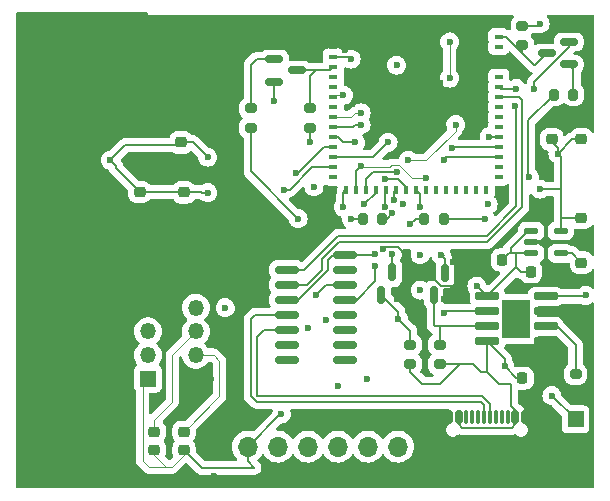
<source format=gbr>
%TF.GenerationSoftware,KiCad,Pcbnew,8.0.2*%
%TF.CreationDate,2025-04-11T11:55:07+07:00*%
%TF.ProjectId,wearable_device,77656172-6162-46c6-955f-646576696365,rev?*%
%TF.SameCoordinates,Original*%
%TF.FileFunction,Copper,L1,Top*%
%TF.FilePolarity,Positive*%
%FSLAX46Y46*%
G04 Gerber Fmt 4.6, Leading zero omitted, Abs format (unit mm)*
G04 Created by KiCad (PCBNEW 8.0.2) date 2025-04-11 11:55:07*
%MOMM*%
%LPD*%
G01*
G04 APERTURE LIST*
G04 Aperture macros list*
%AMRoundRect*
0 Rectangle with rounded corners*
0 $1 Rounding radius*
0 $2 $3 $4 $5 $6 $7 $8 $9 X,Y pos of 4 corners*
0 Add a 4 corners polygon primitive as box body*
4,1,4,$2,$3,$4,$5,$6,$7,$8,$9,$2,$3,0*
0 Add four circle primitives for the rounded corners*
1,1,$1+$1,$2,$3*
1,1,$1+$1,$4,$5*
1,1,$1+$1,$6,$7*
1,1,$1+$1,$8,$9*
0 Add four rect primitives between the rounded corners*
20,1,$1+$1,$2,$3,$4,$5,0*
20,1,$1+$1,$4,$5,$6,$7,0*
20,1,$1+$1,$6,$7,$8,$9,0*
20,1,$1+$1,$8,$9,$2,$3,0*%
%AMOutline5P*
0 Free polygon, 5 corners , with rotation*
0 The origin of the aperture is its center*
0 number of corners: always 5*
0 $1 to $10 corner X, Y*
0 $11 Rotation angle, in degrees counterclockwise*
0 create outline with 5 corners*
4,1,5,$1,$2,$3,$4,$5,$6,$7,$8,$9,$10,$1,$2,$11*%
%AMOutline6P*
0 Free polygon, 6 corners , with rotation*
0 The origin of the aperture is its center*
0 number of corners: always 6*
0 $1 to $12 corner X, Y*
0 $13 Rotation angle, in degrees counterclockwise*
0 create outline with 6 corners*
4,1,6,$1,$2,$3,$4,$5,$6,$7,$8,$9,$10,$11,$12,$1,$2,$13*%
%AMOutline7P*
0 Free polygon, 7 corners , with rotation*
0 The origin of the aperture is its center*
0 number of corners: always 7*
0 $1 to $14 corner X, Y*
0 $15 Rotation angle, in degrees counterclockwise*
0 create outline with 7 corners*
4,1,7,$1,$2,$3,$4,$5,$6,$7,$8,$9,$10,$11,$12,$13,$14,$1,$2,$15*%
%AMOutline8P*
0 Free polygon, 8 corners , with rotation*
0 The origin of the aperture is its center*
0 number of corners: always 8*
0 $1 to $16 corner X, Y*
0 $17 Rotation angle, in degrees counterclockwise*
0 create outline with 8 corners*
4,1,8,$1,$2,$3,$4,$5,$6,$7,$8,$9,$10,$11,$12,$13,$14,$15,$16,$1,$2,$17*%
G04 Aperture macros list end*
%TA.AperFunction,SMDPad,CuDef*%
%ADD10RoundRect,0.225000X-0.250000X0.225000X-0.250000X-0.225000X0.250000X-0.225000X0.250000X0.225000X0*%
%TD*%
%TA.AperFunction,ComponentPad*%
%ADD11R,1.350000X1.350000*%
%TD*%
%TA.AperFunction,SMDPad,CuDef*%
%ADD12RoundRect,0.200000X0.275000X-0.200000X0.275000X0.200000X-0.275000X0.200000X-0.275000X-0.200000X0*%
%TD*%
%TA.AperFunction,SMDPad,CuDef*%
%ADD13RoundRect,0.200000X-0.200000X-0.275000X0.200000X-0.275000X0.200000X0.275000X-0.200000X0.275000X0*%
%TD*%
%TA.AperFunction,SMDPad,CuDef*%
%ADD14RoundRect,0.150000X0.587500X0.150000X-0.587500X0.150000X-0.587500X-0.150000X0.587500X-0.150000X0*%
%TD*%
%TA.AperFunction,SMDPad,CuDef*%
%ADD15R,0.800000X0.400000*%
%TD*%
%TA.AperFunction,SMDPad,CuDef*%
%ADD16R,0.400000X0.800000*%
%TD*%
%TA.AperFunction,SMDPad,CuDef*%
%ADD17Outline5P,-0.600000X0.204000X-0.204000X0.600000X0.600000X0.600000X0.600000X-0.600000X-0.600000X-0.600000X0.000000*%
%TD*%
%TA.AperFunction,SMDPad,CuDef*%
%ADD18R,1.200000X1.200000*%
%TD*%
%TA.AperFunction,SMDPad,CuDef*%
%ADD19R,0.800000X0.800000*%
%TD*%
%TA.AperFunction,SMDPad,CuDef*%
%ADD20RoundRect,0.200000X-0.275000X0.200000X-0.275000X-0.200000X0.275000X-0.200000X0.275000X0.200000X0*%
%TD*%
%TA.AperFunction,SMDPad,CuDef*%
%ADD21RoundRect,0.150000X0.150000X-0.587500X0.150000X0.587500X-0.150000X0.587500X-0.150000X-0.587500X0*%
%TD*%
%TA.AperFunction,SMDPad,CuDef*%
%ADD22RoundRect,0.075000X0.910000X0.225000X-0.910000X0.225000X-0.910000X-0.225000X0.910000X-0.225000X0*%
%TD*%
%TA.AperFunction,SMDPad,CuDef*%
%ADD23R,2.413000X3.302000*%
%TD*%
%TA.AperFunction,SMDPad,CuDef*%
%ADD24RoundRect,0.225000X0.250000X-0.225000X0.250000X0.225000X-0.250000X0.225000X-0.250000X-0.225000X0*%
%TD*%
%TA.AperFunction,ComponentPad*%
%ADD25R,1.700000X1.700000*%
%TD*%
%TA.AperFunction,ComponentPad*%
%ADD26O,1.700000X1.700000*%
%TD*%
%TA.AperFunction,SMDPad,CuDef*%
%ADD27RoundRect,0.147500X-0.457500X-0.147500X0.457500X-0.147500X0.457500X0.147500X-0.457500X0.147500X0*%
%TD*%
%TA.AperFunction,SMDPad,CuDef*%
%ADD28RoundRect,0.150000X-0.150000X-0.425000X0.150000X-0.425000X0.150000X0.425000X-0.150000X0.425000X0*%
%TD*%
%TA.AperFunction,SMDPad,CuDef*%
%ADD29RoundRect,0.075000X-0.075000X-0.500000X0.075000X-0.500000X0.075000X0.500000X-0.075000X0.500000X0*%
%TD*%
%TA.AperFunction,ComponentPad*%
%ADD30O,1.000000X2.100000*%
%TD*%
%TA.AperFunction,ComponentPad*%
%ADD31O,1.000000X1.800000*%
%TD*%
%TA.AperFunction,ComponentPad*%
%ADD32O,1.350000X1.350000*%
%TD*%
%TA.AperFunction,SMDPad,CuDef*%
%ADD33RoundRect,0.225000X-0.225000X-0.250000X0.225000X-0.250000X0.225000X0.250000X-0.225000X0.250000X0*%
%TD*%
%TA.AperFunction,SMDPad,CuDef*%
%ADD34RoundRect,0.150000X-0.825000X-0.150000X0.825000X-0.150000X0.825000X0.150000X-0.825000X0.150000X0*%
%TD*%
%TA.AperFunction,SMDPad,CuDef*%
%ADD35RoundRect,0.150000X-0.587500X-0.150000X0.587500X-0.150000X0.587500X0.150000X-0.587500X0.150000X0*%
%TD*%
%TA.AperFunction,SMDPad,CuDef*%
%ADD36RoundRect,0.225000X0.225000X0.250000X-0.225000X0.250000X-0.225000X-0.250000X0.225000X-0.250000X0*%
%TD*%
%TA.AperFunction,ViaPad*%
%ADD37C,0.600000*%
%TD*%
%TA.AperFunction,Conductor*%
%ADD38C,0.100000*%
%TD*%
%TA.AperFunction,Conductor*%
%ADD39C,0.200000*%
%TD*%
G04 APERTURE END LIST*
D10*
%TO.P,C7,1*%
%TO.N,+3.3V*%
X188250000Y-72700000D03*
%TO.P,C7,2*%
%TO.N,GND*%
X188250000Y-74250000D03*
%TD*%
D11*
%TO.P,J6,1,Pin_1*%
%TO.N,GND*%
X225150000Y-95450000D03*
%TD*%
D12*
%TO.P,R5,1*%
%TO.N,/POWER_5V*%
X213650000Y-87275000D03*
%TO.P,R5,2*%
%TO.N,/CHRG*%
X213650000Y-85625000D03*
%TD*%
D13*
%TO.P,R13,1*%
%TO.N,/DTR*%
X223325000Y-64450000D03*
%TO.P,R13,2*%
%TO.N,Net-(Q3-B)*%
X224975000Y-64450000D03*
%TD*%
D10*
%TO.P,C3,1*%
%TO.N,+3.3V*%
X225650000Y-74900000D03*
%TO.P,C3,2*%
%TO.N,GND*%
X225650000Y-76450000D03*
%TD*%
D14*
%TO.P,Q3,1,B*%
%TO.N,Net-(Q3-B)*%
X224587500Y-61900000D03*
%TO.P,Q3,2,E*%
%TO.N,/RTS*%
X224587500Y-60000000D03*
%TO.P,Q3,3,C*%
%TO.N,/ESP32_EN*%
X222712500Y-60950000D03*
%TD*%
D15*
%TO.P,U1,1,GND*%
%TO.N,GND*%
X204650000Y-59550000D03*
%TO.P,U1,2,GND*%
X204650000Y-60400000D03*
%TO.P,U1,3,3V3*%
%TO.N,+3.3V*%
X204650000Y-61250000D03*
%TO.P,U1,4,IO0*%
%TO.N,/ESP32_IO0*%
X204650000Y-62100000D03*
%TO.P,U1,5,IO1*%
%TO.N,unconnected-(U1-IO1-Pad5)*%
X204650000Y-62950000D03*
%TO.P,U1,6,IO2*%
%TO.N,unconnected-(U1-IO2-Pad6)*%
X204650000Y-63800000D03*
%TO.P,U1,7,IO3*%
%TO.N,/IRQ_ACC*%
X204650000Y-64650000D03*
%TO.P,U1,8,IO4*%
%TO.N,unconnected-(U1-IO4-Pad8)*%
X204650000Y-65500000D03*
%TO.P,U1,9,IO5*%
%TO.N,/INT_MAX*%
X204650000Y-66350000D03*
%TO.P,U1,10,IO6*%
%TO.N,/MOSI_SPI2*%
X204650000Y-67200000D03*
%TO.P,U1,11,IO7*%
%TO.N,/CS_SPI2*%
X204650000Y-68050000D03*
%TO.P,U1,12,IO8*%
%TO.N,/RES_TFT*%
X204650000Y-68900000D03*
%TO.P,U1,13,IO9*%
%TO.N,/DC_TFT*%
X204650000Y-69750000D03*
%TO.P,U1,14,IO10*%
%TO.N,/BLK_TFT*%
X204650000Y-70600000D03*
%TO.P,U1,15,IO11*%
%TO.N,unconnected-(U1-IO11-Pad15)*%
X204650000Y-71450000D03*
D16*
%TO.P,U1,16,IO12*%
%TO.N,/MOSI_TFT*%
X205700000Y-72500000D03*
%TO.P,U1,17,IO13*%
%TO.N,/I2C_SCL*%
X206550000Y-72500000D03*
%TO.P,U1,18,IO14*%
%TO.N,/I2C_SDA*%
X207400000Y-72500000D03*
%TO.P,U1,19,IO15*%
%TO.N,/SCLK_TFT*%
X208250000Y-72500000D03*
%TO.P,U1,20,IO16*%
%TO.N,/CLK_SPI2*%
X209100000Y-72500000D03*
%TO.P,U1,21,IO17*%
%TO.N,/RXD1*%
X209950000Y-72500000D03*
%TO.P,U1,22,IO18*%
%TO.N,/TXD1*%
X210800000Y-72500000D03*
%TO.P,U1,23,IO19*%
%TO.N,/MISO_SPI2*%
X211650000Y-72500000D03*
%TO.P,U1,24,IO20*%
%TO.N,unconnected-(U1-IO20-Pad24)*%
X212500000Y-72500000D03*
%TO.P,U1,25,IO21*%
%TO.N,unconnected-(U1-IO21-Pad25)*%
X213350000Y-72500000D03*
%TO.P,U1,26,IO26*%
%TO.N,unconnected-(U1-IO26-Pad26)*%
X214200000Y-72500000D03*
%TO.P,U1,27,IO47*%
%TO.N,unconnected-(U1-IO47-Pad27)*%
X215050000Y-72500000D03*
%TO.P,U1,28,IO33*%
%TO.N,unconnected-(U1-IO33-Pad28)*%
X215900000Y-72500000D03*
%TO.P,U1,29,IO34*%
%TO.N,unconnected-(U1-IO34-Pad29)*%
X216750000Y-72500000D03*
%TO.P,U1,30,IO48*%
%TO.N,unconnected-(U1-IO48-Pad30)*%
X217600000Y-72500000D03*
D15*
%TO.P,U1,31,IO35*%
%TO.N,unconnected-(U1-IO35-Pad31)*%
X218650000Y-71450000D03*
%TO.P,U1,32,IO36*%
%TO.N,unconnected-(U1-IO36-Pad32)*%
X218650000Y-70600000D03*
%TO.P,U1,33,IO37*%
%TO.N,/SG_STDBY*%
X218650000Y-69750000D03*
%TO.P,U1,34,IO38*%
%TO.N,/SG_CHRG*%
X218650000Y-68900000D03*
%TO.P,U1,35,IO39*%
%TO.N,/BTN_CONTROL*%
X218650000Y-68050000D03*
%TO.P,U1,36,IO40*%
%TO.N,unconnected-(U1-IO40-Pad36)*%
X218650000Y-67200000D03*
%TO.P,U1,37,IO41*%
%TO.N,unconnected-(U1-IO41-Pad37)*%
X218650000Y-66350000D03*
%TO.P,U1,38,IO42*%
%TO.N,unconnected-(U1-IO42-Pad38)*%
X218650000Y-65500000D03*
%TO.P,U1,39,TXD0*%
%TO.N,Net-(U1-TXD0)*%
X218650000Y-64650000D03*
%TO.P,U1,40,RXD0*%
%TO.N,Net-(U1-RXD0)*%
X218650000Y-63800000D03*
%TO.P,U1,41,IO45*%
%TO.N,unconnected-(U1-IO45-Pad41)*%
X218650000Y-62950000D03*
%TO.P,U1,42,GND*%
%TO.N,GND*%
X218650000Y-62100000D03*
%TO.P,U1,43,GND*%
X218650000Y-61250000D03*
%TO.P,U1,44,IO46*%
%TO.N,unconnected-(U1-IO46-Pad44)*%
X218650000Y-60400000D03*
%TO.P,U1,45,EN*%
%TO.N,/ESP32_EN*%
X218650000Y-59550000D03*
D16*
%TO.P,U1,46,GND*%
%TO.N,GND*%
X217600000Y-58500000D03*
%TO.P,U1,47,GND*%
X216750000Y-58500000D03*
%TO.P,U1,48,GND*%
X215900000Y-58500000D03*
%TO.P,U1,49,GND*%
X215050000Y-58500000D03*
%TO.P,U1,50,GND*%
X214200000Y-58500000D03*
%TO.P,U1,51,GND*%
X213350000Y-58500000D03*
%TO.P,U1,52,GND*%
X212500000Y-58500000D03*
%TO.P,U1,53,GND*%
X211650000Y-58500000D03*
%TO.P,U1,54,GND*%
X210800000Y-58500000D03*
%TO.P,U1,55,GND*%
X209950000Y-58500000D03*
%TO.P,U1,56,GND*%
X209100000Y-58500000D03*
%TO.P,U1,57,GND*%
X208250000Y-58500000D03*
%TO.P,U1,58,GND*%
X207400000Y-58500000D03*
%TO.P,U1,59,GND*%
X206550000Y-58500000D03*
%TO.P,U1,60,GND*%
X205700000Y-58500000D03*
D17*
%TO.P,U1,61,GND*%
X210000000Y-63850000D03*
D18*
X210000000Y-65500000D03*
X210000000Y-67150000D03*
X211650000Y-63850000D03*
X211650000Y-65500000D03*
X211650000Y-67150000D03*
X213300000Y-63850000D03*
X213300000Y-65500000D03*
X213300000Y-67150000D03*
D19*
%TO.P,U1,62,GND*%
X204650000Y-58500000D03*
%TO.P,U1,63,GND*%
X204650000Y-72500000D03*
%TO.P,U1,64,GND*%
X218650000Y-72500000D03*
%TO.P,U1,65,GND*%
X218650000Y-58500000D03*
%TD*%
D13*
%TO.P,R7,1*%
%TO.N,+3.3V*%
X212325000Y-74950000D03*
%TO.P,R7,2*%
%TO.N,/SG_CHRG*%
X213975000Y-74950000D03*
%TD*%
D20*
%TO.P,R2,1*%
%TO.N,+3.3V*%
X220650000Y-58625000D03*
%TO.P,R2,2*%
%TO.N,/ESP32_EN*%
X220650000Y-60275000D03*
%TD*%
D21*
%TO.P,Q1,1,G*%
%TO.N,/CHRG*%
X213150000Y-81450000D03*
%TO.P,Q1,2,S*%
%TO.N,GND*%
X215050000Y-81450000D03*
%TO.P,Q1,3,D*%
%TO.N,/SG_CHRG*%
X214100000Y-79575000D03*
%TD*%
D12*
%TO.P,R4,1*%
%TO.N,/POWER_5V*%
X211140000Y-87275000D03*
%TO.P,R4,2*%
%TO.N,/STDBY*%
X211140000Y-85625000D03*
%TD*%
D22*
%TO.P,U4,1,TEMP*%
%TO.N,GND*%
X222625000Y-85355000D03*
%TO.P,U4,2,PROG*%
%TO.N,Net-(U4-PROG)*%
X222625000Y-84085000D03*
%TO.P,U4,3,GND*%
%TO.N,GND*%
X222625000Y-82815000D03*
%TO.P,U4,4,VCC*%
%TO.N,/POWER_5V*%
X222625000Y-81545000D03*
%TO.P,U4,5,BAT*%
%TO.N,/VTP4*%
X217675000Y-81545000D03*
%TO.P,U4,6,~{STDBY}*%
%TO.N,/STDBY*%
X217675000Y-82815000D03*
%TO.P,U4,7,~{CHRG}*%
%TO.N,/CHRG*%
X217675000Y-84085000D03*
%TO.P,U4,8,CE*%
%TO.N,/POWER_5V*%
X217675000Y-85355000D03*
D23*
%TO.P,U4,9,EP*%
%TO.N,unconnected-(U4-EP-Pad9)*%
X220150000Y-83450000D03*
%TD*%
D24*
%TO.P,C4,1*%
%TO.N,+3.3V*%
X223140000Y-68225000D03*
%TO.P,C4,2*%
%TO.N,GND*%
X223140000Y-66675000D03*
%TD*%
D12*
%TO.P,R15,1*%
%TO.N,+3.3V*%
X202650000Y-67275000D03*
%TO.P,R15,2*%
%TO.N,/ESP32_IO0*%
X202650000Y-65625000D03*
%TD*%
D10*
%TO.P,C1,1*%
%TO.N,Net-(J3-Pin_2)*%
X192000000Y-93000000D03*
%TO.P,C1,2*%
%TO.N,+3.3V*%
X192000000Y-94550000D03*
%TD*%
D25*
%TO.P,J5,1,Pin_1*%
%TO.N,GND*%
X194875000Y-94250000D03*
D26*
%TO.P,J5,2,Pin_2*%
%TO.N,+3.3V*%
X197415000Y-94250000D03*
%TO.P,J5,3,Pin_3*%
%TO.N,/SCLK_TFT*%
X199955000Y-94250000D03*
%TO.P,J5,4,Pin_4*%
%TO.N,/MOSI_TFT*%
X202495000Y-94250000D03*
%TO.P,J5,5,Pin_5*%
%TO.N,/RES_TFT*%
X205035000Y-94250000D03*
%TO.P,J5,6,Pin_6*%
%TO.N,/DC_TFT*%
X207575000Y-94250000D03*
%TO.P,J5,7,Pin_7*%
%TO.N,/BLK_TFT*%
X210115000Y-94250000D03*
%TD*%
D10*
%TO.P,C12,1*%
%TO.N,Net-(U3-BYPASS)*%
X225650000Y-78675000D03*
%TO.P,C12,2*%
%TO.N,GND*%
X225650000Y-80225000D03*
%TD*%
D21*
%TO.P,Q2,1,G*%
%TO.N,/STDBY*%
X208700000Y-81387500D03*
%TO.P,Q2,2,S*%
%TO.N,GND*%
X210600000Y-81387500D03*
%TO.P,Q2,3,D*%
%TO.N,/SG_STDBY*%
X209650000Y-79512500D03*
%TD*%
D24*
%TO.P,C9,1*%
%TO.N,+3.3V*%
X191750000Y-68500000D03*
%TO.P,C9,2*%
%TO.N,GND*%
X191750000Y-66950000D03*
%TD*%
D27*
%TO.P,U3,1,VIN*%
%TO.N,/VTP4*%
X221395000Y-76000000D03*
%TO.P,U3,2,GND*%
%TO.N,GND*%
X221395000Y-76950000D03*
%TO.P,U3,3,ON/~{OFF}*%
%TO.N,/VTP4*%
X221395000Y-77900000D03*
%TO.P,U3,4,BYPASS*%
%TO.N,Net-(U3-BYPASS)*%
X223905000Y-77900000D03*
%TO.P,U3,5,VOUT*%
%TO.N,+3.3V*%
X223905000Y-76000000D03*
%TD*%
D28*
%TO.P,P1,A1,GND*%
%TO.N,GND*%
X214450000Y-91770000D03*
%TO.P,P1,A4,VBUS*%
%TO.N,/POWER_5V*%
X215250000Y-91770000D03*
D29*
%TO.P,P1,A5,CC*%
%TO.N,unconnected-(P1-CC-PadA5)*%
X216400000Y-91770000D03*
%TO.P,P1,A6,D+*%
%TO.N,Net-(P1-D+)*%
X217400000Y-91770000D03*
%TO.P,P1,A7,D-*%
%TO.N,Net-(P1-D-)*%
X217900000Y-91770000D03*
%TO.P,P1,A8*%
%TO.N,N/C*%
X218900000Y-91770000D03*
D28*
%TO.P,P1,A9,VBUS*%
%TO.N,/POWER_5V*%
X220050000Y-91770000D03*
%TO.P,P1,A12,GND*%
%TO.N,GND*%
X220850000Y-91770000D03*
%TO.P,P1,B1,GND*%
X220850000Y-91770000D03*
%TO.P,P1,B4,VBUS*%
%TO.N,/POWER_5V*%
X220050000Y-91770000D03*
D29*
%TO.P,P1,B5,VCONN*%
%TO.N,unconnected-(P1-VCONN-PadB5)*%
X219400000Y-91770000D03*
%TO.P,P1,B6*%
%TO.N,N/C*%
X218400000Y-91770000D03*
%TO.P,P1,B7*%
X216900000Y-91770000D03*
%TO.P,P1,B8*%
X215900000Y-91770000D03*
D28*
%TO.P,P1,B9,VBUS*%
%TO.N,/POWER_5V*%
X215250000Y-91770000D03*
%TO.P,P1,B12,GND*%
%TO.N,GND*%
X214450000Y-91770000D03*
D30*
%TO.P,P1,S1,SHIELD*%
X213330000Y-92345000D03*
D31*
X213330000Y-96525000D03*
D30*
X221970000Y-92345000D03*
D31*
X221970000Y-96525000D03*
%TD*%
D11*
%TO.P,J3,1,Pin_1*%
%TO.N,GND*%
X193000000Y-88500000D03*
D32*
%TO.P,J3,2,Pin_2*%
%TO.N,Net-(J3-Pin_2)*%
X193000000Y-86500000D03*
%TO.P,J3,3,Pin_3*%
%TO.N,Net-(J3-Pin_3)*%
X193000000Y-84500000D03*
%TO.P,J3,4,Pin_4*%
%TO.N,/INT_MAX*%
X193000000Y-82500000D03*
%TD*%
D33*
%TO.P,C14,1*%
%TO.N,/VTP4*%
X221375000Y-79450000D03*
%TO.P,C14,2*%
%TO.N,GND*%
X222925000Y-79450000D03*
%TD*%
%TO.P,C13,1*%
%TO.N,/POWER_5V*%
X220650000Y-88450000D03*
%TO.P,C13,2*%
%TO.N,GND*%
X222200000Y-88450000D03*
%TD*%
D10*
%TO.P,C8,1*%
%TO.N,+3.3V*%
X192000000Y-72725000D03*
%TO.P,C8,2*%
%TO.N,GND*%
X192000000Y-74275000D03*
%TD*%
D20*
%TO.P,R3,1*%
%TO.N,Net-(U4-PROG)*%
X225150000Y-88125000D03*
%TO.P,R3,2*%
%TO.N,GND*%
X225150000Y-89775000D03*
%TD*%
D34*
%TO.P,U6,1,GND*%
%TO.N,GND*%
X200700000Y-78005000D03*
%TO.P,U6,2,TXD*%
%TO.N,Net-(U1-RXD0)*%
X200700000Y-79275000D03*
%TO.P,U6,3,RXD*%
%TO.N,Net-(U1-TXD0)*%
X200700000Y-80545000D03*
%TO.P,U6,4,V3*%
%TO.N,+3.3V*%
X200700000Y-81815000D03*
%TO.P,U6,5,UD+*%
%TO.N,Net-(P1-D+)*%
X200700000Y-83085000D03*
%TO.P,U6,6,UD-*%
%TO.N,Net-(P1-D-)*%
X200700000Y-84355000D03*
%TO.P,U6,7,NC*%
%TO.N,unconnected-(U6-NC-Pad7)*%
X200700000Y-85625000D03*
%TO.P,U6,8,~{OUT}/~{DTR}*%
%TO.N,unconnected-(U6-~{OUT}{slash}~{DTR}-Pad8)*%
X200700000Y-86895000D03*
%TO.P,U6,9,~{CTS}*%
%TO.N,unconnected-(U6-~{CTS}-Pad9)*%
X205650000Y-86895000D03*
%TO.P,U6,10,~{DSR}*%
%TO.N,unconnected-(U6-~{DSR}-Pad10)*%
X205650000Y-85625000D03*
%TO.P,U6,11,~{RI}*%
%TO.N,unconnected-(U6-~{RI}-Pad11)*%
X205650000Y-84355000D03*
%TO.P,U6,12,~{DCD}*%
%TO.N,unconnected-(U6-~{DCD}-Pad12)*%
X205650000Y-83085000D03*
%TO.P,U6,13,~{DTR}*%
%TO.N,/DTR*%
X205650000Y-81815000D03*
%TO.P,U6,14,~{RTS}*%
%TO.N,/RTS*%
X205650000Y-80545000D03*
%TO.P,U6,15,R232*%
%TO.N,unconnected-(U6-R232-Pad15)*%
X205650000Y-79275000D03*
%TO.P,U6,16,VCC*%
%TO.N,+3.3V*%
X205650000Y-78005000D03*
%TD*%
D11*
%TO.P,J4,1,Pin_1*%
%TO.N,+3.3V*%
X188950000Y-88500000D03*
D32*
%TO.P,J4,2,Pin_2*%
%TO.N,/I2C_SDA*%
X188950000Y-86500000D03*
%TO.P,J4,3,Pin_3*%
%TO.N,/I2C_SCL*%
X188950000Y-84500000D03*
%TO.P,J4,4,Pin_4*%
%TO.N,GND*%
X188950000Y-82500000D03*
%TD*%
D24*
%TO.P,C5,1*%
%TO.N,+3.3V*%
X225650000Y-68225000D03*
%TO.P,C5,2*%
%TO.N,GND*%
X225650000Y-66675000D03*
%TD*%
D12*
%TO.P,R14,1*%
%TO.N,/RTS*%
X197650000Y-67275000D03*
%TO.P,R14,2*%
%TO.N,Net-(Q5-B)*%
X197650000Y-65625000D03*
%TD*%
D35*
%TO.P,Q5,1,B*%
%TO.N,Net-(Q5-B)*%
X199650000Y-61450000D03*
%TO.P,Q5,2,E*%
%TO.N,/DTR*%
X199650000Y-63350000D03*
%TO.P,Q5,3,C*%
%TO.N,/ESP32_IO0*%
X201525000Y-62400000D03*
%TD*%
D10*
%TO.P,C6,1*%
%TO.N,Net-(J3-Pin_3)*%
X189500000Y-93000000D03*
%TO.P,C6,2*%
%TO.N,+3.3V*%
X189500000Y-94550000D03*
%TD*%
D11*
%TO.P,J2,1,Pin_1*%
%TO.N,/VTP4*%
X225150000Y-91950000D03*
%TD*%
D13*
%TO.P,R6,1*%
%TO.N,+3.3V*%
X207150000Y-74950000D03*
%TO.P,R6,2*%
%TO.N,/SG_STDBY*%
X208800000Y-74950000D03*
%TD*%
D36*
%TO.P,C2,1*%
%TO.N,/VTP4*%
X218925000Y-78450000D03*
%TO.P,C2,2*%
%TO.N,GND*%
X217375000Y-78450000D03*
%TD*%
D37*
%TO.N,GND*%
X197000000Y-92250000D03*
X209000000Y-64000000D03*
X209000000Y-67250000D03*
X221500000Y-94000000D03*
X210750000Y-64750000D03*
X214000000Y-81750000D03*
X195250000Y-68250000D03*
X221000000Y-91000000D03*
X214000000Y-66250000D03*
X198750000Y-81500000D03*
X226000000Y-89750000D03*
X214250000Y-93750000D03*
X201500000Y-73500000D03*
X210000000Y-59250000D03*
X194250000Y-88500000D03*
X212500000Y-64750000D03*
X203250000Y-60500000D03*
X208250000Y-59250000D03*
X202500000Y-77100000D03*
X223000000Y-86250000D03*
X208250000Y-63250000D03*
X205500000Y-59500000D03*
X207500000Y-59250000D03*
X208842822Y-77550000D03*
X194500000Y-96750000D03*
X184000000Y-63000000D03*
X190250000Y-74250000D03*
X212500000Y-66500000D03*
X215500000Y-59250000D03*
X224000000Y-79500000D03*
X209250000Y-59250000D03*
X214250000Y-96250000D03*
X195250000Y-92750000D03*
X205618507Y-60650000D03*
X192000000Y-66000000D03*
X188950000Y-80500000D03*
X215500000Y-65250000D03*
X210000000Y-81750000D03*
X214803388Y-78645734D03*
X210750000Y-66250000D03*
X193500000Y-74250000D03*
X187250000Y-74250000D03*
X226500000Y-66750000D03*
X208750000Y-65500000D03*
X214000000Y-67250000D03*
X220750000Y-96500000D03*
%TO.N,/RXD1*%
X209784456Y-73392228D03*
%TO.N,/TXD1*%
X203000000Y-72250000D03*
X209000000Y-71600000D03*
%TO.N,/INT_MAX*%
X207000000Y-66000000D03*
X195500000Y-82500000D03*
%TO.N,/SCLK_TFT*%
X207250000Y-73750000D03*
%TO.N,/BTN_CONTROL*%
X217824266Y-68024263D03*
%TO.N,/RES_TFT*%
X201500000Y-71100002D03*
%TO.N,/BLK_TFT*%
X202500000Y-84250000D03*
X200500000Y-72500000D03*
%TO.N,/MOSI_TFT*%
X205500000Y-74000000D03*
X205000000Y-89100000D03*
%TO.N,/DC_TFT*%
X217750000Y-73750000D03*
X209273527Y-68500000D03*
%TO.N,/I2C_SDA*%
X211000000Y-70000000D03*
X210000000Y-71000000D03*
X215000000Y-67000000D03*
%TO.N,+3.3V*%
X222150000Y-72450000D03*
X222150000Y-58450000D03*
X214500000Y-63060000D03*
X210000000Y-61960000D03*
X208150000Y-77950000D03*
X211150000Y-75450000D03*
X194000000Y-69750000D03*
X185750000Y-70000000D03*
X214500000Y-60000000D03*
X206150000Y-74950000D03*
X202650000Y-68450000D03*
X200250000Y-91500000D03*
X223650000Y-69450000D03*
X206150000Y-61450000D03*
X207500000Y-88500000D03*
X194000000Y-72750000D03*
%TO.N,/I2C_SCL*%
X207000000Y-70500000D03*
X212500000Y-71500000D03*
%TO.N,/SG_CHRG*%
X213750000Y-78000000D03*
X217500000Y-74950000D03*
X214650000Y-68950000D03*
%TO.N,/SG_STDBY*%
X214000000Y-69950000D03*
X209650000Y-77950000D03*
X209650000Y-74450000D03*
%TO.N,/STDBY*%
X210150000Y-83450000D03*
X214000000Y-82950000D03*
%TO.N,Net-(U1-RXD0)*%
X220050000Y-65450000D03*
X220150000Y-63950000D03*
%TO.N,/POWER_5V*%
X226000000Y-81450000D03*
X219150000Y-87450000D03*
%TO.N,/VTP4*%
X223150000Y-89950000D03*
X216790000Y-80660000D03*
%TO.N,/IRQ_ACC*%
X205500000Y-64500000D03*
%TO.N,/DTR*%
X208200000Y-79000000D03*
X199650000Y-65000000D03*
X221250000Y-71450000D03*
%TO.N,/RTS*%
X221650000Y-63950000D03*
X203150000Y-81450000D03*
X201650000Y-74950000D03*
%TO.N,/CS_SPI2*%
X206500000Y-68500000D03*
%TO.N,/CLK_SPI2*%
X209000000Y-73975000D03*
%TO.N,/MOSI_SPI2*%
X210500000Y-73750000D03*
X207000000Y-67000000D03*
%TO.N,/MISO_SPI2*%
X211998441Y-73986459D03*
X212000000Y-78000000D03*
X204000000Y-83500000D03*
X212000000Y-81000000D03*
%TD*%
D38*
%TO.N,Net-(J3-Pin_2)*%
X192000000Y-93000000D02*
X195000000Y-90000000D01*
X194500000Y-86500000D02*
X193000000Y-86500000D01*
X195000000Y-87000000D02*
X194500000Y-86500000D01*
X195000000Y-90000000D02*
X195000000Y-87000000D01*
D39*
%TO.N,GND*%
X217375000Y-78450000D02*
X215153052Y-80671948D01*
X212578052Y-79500000D02*
X212000000Y-79500000D01*
X209042822Y-77350000D02*
X210100000Y-77350000D01*
X213750000Y-80671948D02*
X212578052Y-79500000D01*
X210100000Y-77350000D02*
X210750000Y-78000000D01*
X214803388Y-78645734D02*
X214999122Y-78450000D01*
X215153052Y-80671948D02*
X213750000Y-80671948D01*
X225650000Y-80225000D02*
X225750000Y-80325000D01*
X208842822Y-77550000D02*
X209042822Y-77350000D01*
X214999122Y-78450000D02*
X217375000Y-78450000D01*
%TO.N,/RXD1*%
X209784456Y-73392228D02*
X209784456Y-72665544D01*
X209784456Y-72665544D02*
X209950000Y-72500000D01*
D38*
%TO.N,Net-(J3-Pin_3)*%
X189500000Y-93000000D02*
X189500000Y-92000000D01*
X191000000Y-86500000D02*
X193000000Y-84500000D01*
X189500000Y-92000000D02*
X191000000Y-90500000D01*
X191000000Y-90500000D02*
X191000000Y-86500000D01*
D39*
%TO.N,/TXD1*%
X210800000Y-72300000D02*
X210800000Y-72500000D01*
X209000000Y-71600000D02*
X210100000Y-71600000D01*
X210100000Y-71600000D02*
X210800000Y-72300000D01*
%TO.N,Net-(U3-BYPASS)*%
X223905000Y-77900000D02*
X224875000Y-77900000D01*
X224875000Y-77900000D02*
X225650000Y-78675000D01*
D38*
%TO.N,/INT_MAX*%
X206150000Y-66350000D02*
X204650000Y-66350000D01*
X207000000Y-66000000D02*
X206500000Y-66000000D01*
X206500000Y-66000000D02*
X206150000Y-66350000D01*
D39*
%TO.N,/SCLK_TFT*%
X207250000Y-73750000D02*
X208250000Y-72750000D01*
X208250000Y-72750000D02*
X208250000Y-72500000D01*
%TO.N,/BTN_CONTROL*%
X218624263Y-68024263D02*
X218650000Y-68050000D01*
X217824266Y-68024263D02*
X218624263Y-68024263D01*
%TO.N,/RES_TFT*%
X201500000Y-71100002D02*
X201649998Y-71100002D01*
X203850000Y-68900000D02*
X204650000Y-68900000D01*
X201649998Y-71100002D02*
X203850000Y-68900000D01*
%TO.N,/BLK_TFT*%
X200500000Y-72500000D02*
X200948531Y-72500000D01*
X202848531Y-70600000D02*
X204650000Y-70600000D01*
X200948531Y-72500000D02*
X202848531Y-70600000D01*
%TO.N,/MOSI_TFT*%
X205500000Y-74000000D02*
X205500000Y-72700000D01*
X205500000Y-72700000D02*
X205700000Y-72500000D01*
%TO.N,/DC_TFT*%
X209273527Y-68500000D02*
X208023527Y-69750000D01*
X208023527Y-69750000D02*
X204650000Y-69750000D01*
%TO.N,Net-(Q3-B)*%
X224587500Y-61900000D02*
X224975000Y-62287500D01*
X224975000Y-62287500D02*
X224975000Y-64450000D01*
%TO.N,Net-(Q5-B)*%
X197650000Y-65625000D02*
X197650000Y-61950000D01*
X197650000Y-61950000D02*
X198150000Y-61450000D01*
X198150000Y-61450000D02*
X199650000Y-61450000D01*
%TO.N,/I2C_SDA*%
X210000000Y-71000000D02*
X208000000Y-71000000D01*
X208000000Y-71000000D02*
X207400000Y-71600000D01*
D38*
X215000000Y-67000000D02*
X215000000Y-67500000D01*
D39*
X207400000Y-71600000D02*
X207400000Y-72500000D01*
D38*
X215000000Y-67500000D02*
X212500000Y-70000000D01*
X212500000Y-70000000D02*
X211000000Y-70000000D01*
D39*
%TO.N,+3.3V*%
X223905000Y-69705000D02*
X223650000Y-69450000D01*
X221975000Y-58625000D02*
X222150000Y-58450000D01*
X208150000Y-77950000D02*
X208095000Y-78005000D01*
X200165000Y-91500000D02*
X197415000Y-94250000D01*
X220650000Y-58625000D02*
X221975000Y-58625000D01*
D38*
X189500000Y-94550000D02*
X189500000Y-95000000D01*
D39*
X211650000Y-74950000D02*
X211150000Y-75450000D01*
X205950000Y-61250000D02*
X206150000Y-61450000D01*
X207150000Y-74950000D02*
X206150000Y-74950000D01*
X194000000Y-69750000D02*
X192750000Y-68500000D01*
X200700000Y-81815000D02*
X201674999Y-81815000D01*
X201674999Y-81815000D02*
X204150000Y-79339999D01*
X204595000Y-78005000D02*
X205650000Y-78005000D01*
X193500000Y-96050000D02*
X197950000Y-96050000D01*
X186250000Y-70700000D02*
X188250000Y-72700000D01*
X223905000Y-72450000D02*
X222150000Y-72450000D01*
X223650000Y-68950000D02*
X223650000Y-69450000D01*
X223905000Y-76000000D02*
X223905000Y-74950000D01*
X197415000Y-95515000D02*
X197950000Y-96050000D01*
D38*
X214500000Y-63060000D02*
X214500000Y-60000000D01*
D39*
X193450000Y-72700000D02*
X188250000Y-72700000D01*
X223905000Y-74950000D02*
X223905000Y-72450000D01*
X191500000Y-68750000D02*
X187000000Y-68750000D01*
X194000000Y-72750000D02*
X193500000Y-72750000D01*
D38*
X191000000Y-96000000D02*
X192000000Y-95000000D01*
D39*
X223905000Y-72450000D02*
X223905000Y-69705000D01*
X186250000Y-70500000D02*
X186250000Y-70700000D01*
X191750000Y-68500000D02*
X191500000Y-68750000D01*
D38*
X188500000Y-95500000D02*
X188500000Y-88950000D01*
D39*
X197415000Y-94250000D02*
X197415000Y-95515000D01*
X204150000Y-78450000D02*
X204595000Y-78005000D01*
X223955000Y-74900000D02*
X223905000Y-74950000D01*
X193500000Y-72750000D02*
X193450000Y-72700000D01*
X192750000Y-68500000D02*
X191750000Y-68500000D01*
X204650000Y-61250000D02*
X205950000Y-61250000D01*
X223140000Y-68225000D02*
X223140000Y-68440000D01*
X204150000Y-79339999D02*
X204150000Y-78450000D01*
D38*
X188500000Y-88950000D02*
X188950000Y-88500000D01*
D39*
X192000000Y-94550000D02*
X193500000Y-96050000D01*
X187000000Y-68750000D02*
X185750000Y-70000000D01*
X212325000Y-74950000D02*
X211650000Y-74950000D01*
X202650000Y-67275000D02*
X202650000Y-68450000D01*
X185750000Y-70000000D02*
X186250000Y-70500000D01*
D38*
X190500000Y-96000000D02*
X189000000Y-96000000D01*
X189500000Y-95000000D02*
X190500000Y-96000000D01*
X190500000Y-96000000D02*
X191000000Y-96000000D01*
X189000000Y-96000000D02*
X188500000Y-95500000D01*
D39*
X223140000Y-68440000D02*
X223650000Y-68950000D01*
D38*
X192000000Y-95000000D02*
X192000000Y-94550000D01*
D39*
X225650000Y-68225000D02*
X224875000Y-68225000D01*
X208095000Y-78005000D02*
X205650000Y-78005000D01*
X200250000Y-91500000D02*
X200165000Y-91500000D01*
D38*
X197915000Y-94750000D02*
X197415000Y-94250000D01*
D39*
X224875000Y-68225000D02*
X223650000Y-69450000D01*
X225650000Y-74900000D02*
X223955000Y-74900000D01*
D38*
%TO.N,/I2C_SCL*%
X211277818Y-71500000D02*
X210227818Y-70450000D01*
D39*
X206550000Y-70950000D02*
X207000000Y-70500000D01*
D38*
X209550000Y-70450000D02*
X209450000Y-70550000D01*
X209450000Y-70550000D02*
X207050000Y-70550000D01*
X207050000Y-70550000D02*
X207000000Y-70500000D01*
X212500000Y-71500000D02*
X211277818Y-71500000D01*
X210227818Y-70450000D02*
X209550000Y-70450000D01*
D39*
X206550000Y-72500000D02*
X206550000Y-70950000D01*
%TO.N,/SG_CHRG*%
X214650000Y-68950000D02*
X214700000Y-68900000D01*
X214700000Y-68900000D02*
X218650000Y-68900000D01*
X213750000Y-78000000D02*
X214100000Y-78350000D01*
X214000000Y-78000000D02*
X213750000Y-78000000D01*
X214100000Y-78350000D02*
X214100000Y-79575000D01*
X213975000Y-74950000D02*
X217500000Y-74950000D01*
%TO.N,/CHRG*%
X213650000Y-84085000D02*
X213285000Y-84085000D01*
X213285000Y-84085000D02*
X213150000Y-83950000D01*
X217675000Y-84085000D02*
X213650000Y-84085000D01*
X213150000Y-83950000D02*
X213150000Y-81450000D01*
X213650000Y-85625000D02*
X213650000Y-84085000D01*
%TO.N,/SG_STDBY*%
X214200000Y-69750000D02*
X218650000Y-69750000D01*
X214000000Y-69950000D02*
X214200000Y-69750000D01*
X209150000Y-74950000D02*
X209650000Y-74450000D01*
X208800000Y-74950000D02*
X209150000Y-74950000D01*
X209650000Y-79512500D02*
X209650000Y-77950000D01*
%TO.N,/STDBY*%
X214000000Y-82950000D02*
X214135000Y-82815000D01*
X210150000Y-82837500D02*
X208700000Y-81387500D01*
X210150000Y-83450000D02*
X210150000Y-82837500D01*
X214135000Y-82815000D02*
X217675000Y-82815000D01*
X211140000Y-85625000D02*
X211140000Y-84440000D01*
X211140000Y-84440000D02*
X210150000Y-83450000D01*
%TO.N,Net-(U1-RXD0)*%
X217617157Y-76417157D02*
X220150000Y-73884314D01*
X202193628Y-79275000D02*
X205051471Y-76417157D01*
X220150000Y-65550000D02*
X220050000Y-65450000D01*
X205051471Y-76417157D02*
X217617157Y-76417157D01*
X200700000Y-79275000D02*
X202193628Y-79275000D01*
X220150000Y-72950000D02*
X220150000Y-65550000D01*
X220150000Y-73884314D02*
X220150000Y-72950000D01*
X218800000Y-63950000D02*
X218650000Y-63800000D01*
X220150000Y-63950000D02*
X218800000Y-63950000D01*
%TO.N,/ESP32_EN*%
X220650000Y-60275000D02*
X220650000Y-60950000D01*
X220650000Y-60950000D02*
X219250000Y-59550000D01*
X219250000Y-59550000D02*
X218650000Y-59550000D01*
X221650000Y-61950000D02*
X220650000Y-60950000D01*
X221712500Y-61950000D02*
X221650000Y-61950000D01*
X222712500Y-60950000D02*
X221712500Y-61950000D01*
%TO.N,/ESP32_IO0*%
X202650000Y-62900000D02*
X202650000Y-65625000D01*
X201525000Y-62400000D02*
X203150000Y-62400000D01*
X203150000Y-62400000D02*
X204350000Y-62400000D01*
X203150000Y-62400000D02*
X202650000Y-62900000D01*
X204350000Y-62400000D02*
X204650000Y-62100000D01*
%TO.N,Net-(U1-TXD0)*%
X203650000Y-79274313D02*
X203650000Y-78384314D01*
X202379313Y-80545000D02*
X203650000Y-79274313D01*
X220650000Y-73950000D02*
X220650000Y-64950000D01*
X220350000Y-64650000D02*
X218650000Y-64650000D01*
X220650000Y-64950000D02*
X220350000Y-64650000D01*
X205084314Y-76950000D02*
X217650000Y-76950000D01*
X200700000Y-80545000D02*
X202379313Y-80545000D01*
X203650000Y-78384314D02*
X205084314Y-76950000D01*
X217650000Y-76950000D02*
X220650000Y-73950000D01*
%TO.N,/POWER_5V*%
X211140000Y-87940000D02*
X211140000Y-87275000D01*
X226000000Y-81450000D02*
X225905000Y-81545000D01*
X216475000Y-87275000D02*
X215650000Y-87275000D01*
X219150000Y-86830000D02*
X217675000Y-85355000D01*
X219150000Y-87450000D02*
X219150000Y-86830000D01*
X220050000Y-91770000D02*
X220050000Y-91195001D01*
X215650000Y-87275000D02*
X215325000Y-87275000D01*
X220050000Y-92344999D02*
X220050000Y-91770000D01*
X215325000Y-87275000D02*
X213650000Y-88950000D01*
X215250000Y-91770000D02*
X215250000Y-92344999D01*
X217150000Y-87950000D02*
X216475000Y-87275000D01*
X219749999Y-92645000D02*
X220050000Y-92344999D01*
X220050000Y-91195001D02*
X219650000Y-90795001D01*
X217675000Y-87925000D02*
X217675000Y-87450000D01*
X215650000Y-87275000D02*
X213650000Y-87275000D01*
X215550001Y-92645000D02*
X219749999Y-92645000D01*
X219650000Y-90795001D02*
X219650000Y-88950000D01*
X215250000Y-92344999D02*
X215550001Y-92645000D01*
X213650000Y-88950000D02*
X212150000Y-88950000D01*
X218650000Y-88950000D02*
X217650000Y-87950000D01*
X217675000Y-87450000D02*
X217675000Y-85355000D01*
X212150000Y-88950000D02*
X211140000Y-87940000D01*
X225905000Y-81545000D02*
X222625000Y-81545000D01*
X219650000Y-88950000D02*
X218650000Y-88950000D01*
X217650000Y-87950000D02*
X217675000Y-87925000D01*
X217650000Y-87950000D02*
X217150000Y-87950000D01*
X220650000Y-88450000D02*
X220150000Y-88450000D01*
X220150000Y-88450000D02*
X219150000Y-87450000D01*
%TO.N,Net-(U4-PROG)*%
X223609999Y-84085000D02*
X225150000Y-85625001D01*
X225150000Y-85625001D02*
X225150000Y-88125000D01*
X222625000Y-84085000D02*
X223609999Y-84085000D01*
%TO.N,/VTP4*%
X221100000Y-76000000D02*
X221395000Y-76000000D01*
X221375000Y-79450000D02*
X220530000Y-79450000D01*
X217675000Y-81545000D02*
X220150000Y-79070000D01*
X221700000Y-76000000D02*
X221395000Y-76000000D01*
X220150000Y-77900000D02*
X219650000Y-77900000D01*
X220530000Y-79450000D02*
X220150000Y-79070000D01*
X219650000Y-77450000D02*
X221100000Y-76000000D01*
X219650000Y-77900000D02*
X219475000Y-77900000D01*
X216790000Y-80660000D02*
X217675000Y-81545000D01*
X219475000Y-77900000D02*
X218925000Y-78450000D01*
X225150000Y-91950000D02*
X223150000Y-89950000D01*
X219650000Y-77900000D02*
X219650000Y-77450000D01*
X220150000Y-79070000D02*
X220150000Y-77900000D01*
X221395000Y-77900000D02*
X220150000Y-77900000D01*
D38*
%TO.N,/IRQ_ACC*%
X204800000Y-64500000D02*
X204650000Y-64650000D01*
X205500000Y-64500000D02*
X204800000Y-64500000D01*
D39*
%TO.N,/DTR*%
X206624999Y-81815000D02*
X205650000Y-81815000D01*
X199650000Y-63350000D02*
X199650000Y-65000000D01*
X221150000Y-71450000D02*
X221250000Y-71450000D01*
X223325000Y-64450000D02*
X221150000Y-66625000D01*
X208200000Y-79000000D02*
X208200000Y-80239999D01*
X221150000Y-66625000D02*
X221150000Y-71450000D01*
X208200000Y-80239999D02*
X206624999Y-81815000D01*
%TO.N,/RTS*%
X204055000Y-80545000D02*
X205650000Y-80545000D01*
X197650000Y-67275000D02*
X197650000Y-70950000D01*
X224587500Y-60000000D02*
X224587500Y-60453052D01*
X203150000Y-81450000D02*
X204055000Y-80545000D01*
X221650000Y-63390552D02*
X221650000Y-63950000D01*
X224587500Y-60453052D02*
X221650000Y-63390552D01*
X197650000Y-70950000D02*
X201650000Y-74950000D01*
%TO.N,Net-(P1-D-)*%
X198182843Y-89917157D02*
X198182843Y-84982843D01*
X198745000Y-84355000D02*
X200700000Y-84355000D01*
X217900000Y-91770000D02*
X217900000Y-90634314D01*
X198150000Y-84950000D02*
X198745000Y-84355000D01*
X198182843Y-84982843D02*
X198150000Y-84950000D01*
X198215686Y-89950000D02*
X198182843Y-89917157D01*
X217900000Y-90634314D02*
X217215686Y-89950000D01*
X217215686Y-89950000D02*
X198215686Y-89950000D01*
%TO.N,Net-(P1-D+)*%
X198015000Y-83085000D02*
X200700000Y-83085000D01*
X217150000Y-90450000D02*
X198150000Y-90450000D01*
X217400000Y-91770000D02*
X217400000Y-90700000D01*
X197650000Y-89950000D02*
X197650000Y-83450000D01*
X197650000Y-83450000D02*
X198015000Y-83085000D01*
X198150000Y-90450000D02*
X197650000Y-89950000D01*
X217400000Y-90700000D02*
X217150000Y-90450000D01*
%TO.N,/CS_SPI2*%
X205500000Y-68500000D02*
X205050000Y-68050000D01*
X206500000Y-68500000D02*
X205500000Y-68500000D01*
X205050000Y-68050000D02*
X204650000Y-68050000D01*
%TO.N,/CLK_SPI2*%
X209000000Y-73975000D02*
X209000000Y-72600000D01*
X209000000Y-72600000D02*
X209100000Y-72500000D01*
%TO.N,/MOSI_SPI2*%
X206300000Y-67200000D02*
X204650000Y-67200000D01*
X206500000Y-67000000D02*
X206300000Y-67200000D01*
X207000000Y-67000000D02*
X206500000Y-67000000D01*
%TO.N,/MISO_SPI2*%
X211998441Y-73986459D02*
X211998441Y-72848441D01*
X211998441Y-72848441D02*
X211650000Y-72500000D01*
%TD*%
%TA.AperFunction,Conductor*%
%TO.N,GND*%
G36*
X188893039Y-57520185D02*
G01*
X188938794Y-57572989D01*
X188950000Y-57624500D01*
X188950000Y-57700000D01*
X219809980Y-57700000D01*
X219877019Y-57719685D01*
X219922774Y-57772489D01*
X219932718Y-57841647D01*
X219903693Y-57905203D01*
X219897661Y-57911681D01*
X219819531Y-57989810D01*
X219819530Y-57989811D01*
X219731522Y-58135393D01*
X219680913Y-58297807D01*
X219674500Y-58368386D01*
X219674500Y-58884426D01*
X219673736Y-58884426D01*
X219657866Y-58949217D01*
X219607192Y-58997321D01*
X219538556Y-59010392D01*
X219488614Y-58994366D01*
X219485302Y-58992454D01*
X219481785Y-58990423D01*
X219481784Y-58990422D01*
X219481783Y-58990422D01*
X219481782Y-58990421D01*
X219385016Y-58964492D01*
X219342800Y-58943985D01*
X219292331Y-58906204D01*
X219292328Y-58906202D01*
X219157482Y-58855908D01*
X219157483Y-58855908D01*
X219097883Y-58849501D01*
X219097881Y-58849500D01*
X219097873Y-58849500D01*
X219097864Y-58849500D01*
X218202129Y-58849500D01*
X218202123Y-58849501D01*
X218142516Y-58855908D01*
X218007671Y-58906202D01*
X218007664Y-58906206D01*
X217892455Y-58992452D01*
X217892452Y-58992455D01*
X217806206Y-59107664D01*
X217806202Y-59107671D01*
X217755910Y-59242513D01*
X217755909Y-59242517D01*
X217749500Y-59302127D01*
X217749500Y-59302134D01*
X217749500Y-59302135D01*
X217749500Y-59797870D01*
X217749501Y-59797876D01*
X217755908Y-59857483D01*
X217783577Y-59931667D01*
X217788561Y-60001358D01*
X217783577Y-60018331D01*
X217755910Y-60092511D01*
X217755909Y-60092515D01*
X217755909Y-60092517D01*
X217749500Y-60152127D01*
X217749500Y-60152134D01*
X217749500Y-60152135D01*
X217749500Y-60647870D01*
X217749501Y-60647876D01*
X217755908Y-60707483D01*
X217806202Y-60842328D01*
X217806206Y-60842335D01*
X217892452Y-60957544D01*
X217892455Y-60957547D01*
X218007664Y-61043793D01*
X218007671Y-61043797D01*
X218142517Y-61094091D01*
X218142516Y-61094091D01*
X218149444Y-61094835D01*
X218202127Y-61100500D01*
X219097872Y-61100499D01*
X219157483Y-61094091D01*
X219292331Y-61043796D01*
X219407546Y-60957546D01*
X219493360Y-60842912D01*
X219549294Y-60801042D01*
X219618986Y-60796058D01*
X219680308Y-60829543D01*
X220165139Y-61314374D01*
X220165149Y-61314385D01*
X220169479Y-61318715D01*
X220169480Y-61318716D01*
X220281284Y-61430520D01*
X220281285Y-61430520D01*
X220288352Y-61437587D01*
X220288351Y-61437587D01*
X220288354Y-61437589D01*
X221281284Y-62430520D01*
X221281286Y-62430521D01*
X221281290Y-62430524D01*
X221414911Y-62507669D01*
X221418216Y-62509577D01*
X221418596Y-62509678D01*
X221418879Y-62509851D01*
X221425723Y-62512686D01*
X221425280Y-62513753D01*
X221478255Y-62546044D01*
X221508784Y-62608891D01*
X221500489Y-62678266D01*
X221474182Y-62717134D01*
X221169481Y-63021834D01*
X221169479Y-63021836D01*
X221160830Y-63036818D01*
X221142781Y-63068081D01*
X221090423Y-63158767D01*
X221049499Y-63311495D01*
X221049499Y-63311497D01*
X221049499Y-63367589D01*
X221029814Y-63434628D01*
X221022445Y-63444903D01*
X221020184Y-63447737D01*
X221004994Y-63471913D01*
X220952659Y-63518204D01*
X220883605Y-63528852D01*
X220819757Y-63500477D01*
X220795006Y-63471913D01*
X220779815Y-63447737D01*
X220652262Y-63320184D01*
X220499523Y-63224211D01*
X220329254Y-63164631D01*
X220329249Y-63164630D01*
X220150004Y-63144435D01*
X220149996Y-63144435D01*
X219970750Y-63164630D01*
X219970745Y-63164631D01*
X219800474Y-63224212D01*
X219740470Y-63261915D01*
X219673233Y-63280915D01*
X219606398Y-63260547D01*
X219561185Y-63207279D01*
X219550499Y-63156925D01*
X219550499Y-62702128D01*
X219544091Y-62642517D01*
X219535994Y-62620809D01*
X219493797Y-62507671D01*
X219493793Y-62507664D01*
X219407547Y-62392455D01*
X219407544Y-62392452D01*
X219292335Y-62306206D01*
X219292328Y-62306202D01*
X219157482Y-62255908D01*
X219157483Y-62255908D01*
X219097883Y-62249501D01*
X219097881Y-62249500D01*
X219097873Y-62249500D01*
X219097864Y-62249500D01*
X218202129Y-62249500D01*
X218202123Y-62249501D01*
X218142516Y-62255908D01*
X218007671Y-62306202D01*
X218007664Y-62306206D01*
X217892455Y-62392452D01*
X217892452Y-62392455D01*
X217806206Y-62507664D01*
X217806202Y-62507671D01*
X217755910Y-62642513D01*
X217755909Y-62642517D01*
X217749500Y-62702127D01*
X217749500Y-62702134D01*
X217749500Y-62702135D01*
X217749500Y-63197870D01*
X217749501Y-63197876D01*
X217755908Y-63257483D01*
X217783577Y-63331667D01*
X217788561Y-63401358D01*
X217783577Y-63418331D01*
X217755910Y-63492511D01*
X217755909Y-63492515D01*
X217755909Y-63492517D01*
X217749500Y-63552127D01*
X217749500Y-63552134D01*
X217749500Y-63552135D01*
X217749500Y-64047870D01*
X217749501Y-64047876D01*
X217755908Y-64107483D01*
X217783577Y-64181667D01*
X217788561Y-64251358D01*
X217783577Y-64268331D01*
X217755910Y-64342511D01*
X217755909Y-64342515D01*
X217755909Y-64342517D01*
X217749500Y-64402127D01*
X217749500Y-64402134D01*
X217749500Y-64402135D01*
X217749500Y-64897870D01*
X217749501Y-64897876D01*
X217755908Y-64957483D01*
X217783577Y-65031667D01*
X217788561Y-65101358D01*
X217783577Y-65118331D01*
X217755910Y-65192511D01*
X217755909Y-65192515D01*
X217755909Y-65192517D01*
X217749500Y-65252127D01*
X217749500Y-65252134D01*
X217749500Y-65252135D01*
X217749500Y-65747870D01*
X217749501Y-65747876D01*
X217755908Y-65807483D01*
X217783577Y-65881667D01*
X217788561Y-65951358D01*
X217783577Y-65968331D01*
X217755910Y-66042511D01*
X217755909Y-66042515D01*
X217755909Y-66042517D01*
X217749500Y-66102127D01*
X217749500Y-66102134D01*
X217749500Y-66102135D01*
X217749500Y-66597870D01*
X217749501Y-66597876D01*
X217755908Y-66657483D01*
X217783577Y-66731667D01*
X217788561Y-66801358D01*
X217783577Y-66818331D01*
X217755909Y-66892514D01*
X217755908Y-66892516D01*
X217749501Y-66952116D01*
X217749500Y-66952135D01*
X217749500Y-67116309D01*
X217729815Y-67183348D01*
X217677011Y-67229103D01*
X217651529Y-67236166D01*
X217651799Y-67237346D01*
X217645013Y-67238894D01*
X217474744Y-67298473D01*
X217322003Y-67394447D01*
X217194450Y-67522000D01*
X217098477Y-67674739D01*
X217038897Y-67845008D01*
X217038896Y-67845013D01*
X217018701Y-68024259D01*
X217018701Y-68024266D01*
X217034176Y-68161617D01*
X217022121Y-68230439D01*
X216974772Y-68281818D01*
X216910956Y-68299500D01*
X215278386Y-68299500D01*
X215211347Y-68279815D01*
X215165592Y-68227011D01*
X215155648Y-68157853D01*
X215184673Y-68094297D01*
X215190705Y-68087819D01*
X215235617Y-68042907D01*
X215440510Y-67838015D01*
X215512984Y-67712485D01*
X215538570Y-67616998D01*
X215570661Y-67561416D01*
X215629816Y-67502262D01*
X215725789Y-67349522D01*
X215785368Y-67179255D01*
X215785369Y-67179249D01*
X215805565Y-67000003D01*
X215805565Y-66999996D01*
X215785369Y-66820750D01*
X215785368Y-66820745D01*
X215725788Y-66650476D01*
X215654914Y-66537681D01*
X215629816Y-66497738D01*
X215502262Y-66370184D01*
X215469379Y-66349522D01*
X215349523Y-66274211D01*
X215179254Y-66214631D01*
X215179249Y-66214630D01*
X215000004Y-66194435D01*
X214999996Y-66194435D01*
X214820750Y-66214630D01*
X214820745Y-66214631D01*
X214650476Y-66274211D01*
X214497737Y-66370184D01*
X214370184Y-66497737D01*
X214274211Y-66650476D01*
X214214631Y-66820745D01*
X214214630Y-66820750D01*
X214194435Y-66999996D01*
X214194435Y-67000003D01*
X214214630Y-67179249D01*
X214214631Y-67179254D01*
X214273813Y-67348385D01*
X214277374Y-67418164D01*
X214244452Y-67477021D01*
X212308294Y-69413181D01*
X212246971Y-69446666D01*
X212220613Y-69449500D01*
X211632940Y-69449500D01*
X211565901Y-69429815D01*
X211545259Y-69413181D01*
X211502262Y-69370184D01*
X211349523Y-69274211D01*
X211179254Y-69214631D01*
X211179249Y-69214630D01*
X211000004Y-69194435D01*
X210999996Y-69194435D01*
X210820750Y-69214630D01*
X210820745Y-69214631D01*
X210650476Y-69274211D01*
X210497737Y-69370184D01*
X210370184Y-69497737D01*
X210274211Y-69650477D01*
X210216133Y-69816455D01*
X210175411Y-69873231D01*
X210110458Y-69898978D01*
X210099091Y-69899500D01*
X209477525Y-69899500D01*
X209338380Y-69936784D01*
X209338376Y-69936785D01*
X209337515Y-69937015D01*
X209258061Y-69982888D01*
X209196062Y-69999500D01*
X208922624Y-69999500D01*
X208855585Y-69979815D01*
X208809830Y-69927011D01*
X208799886Y-69857853D01*
X208828911Y-69794297D01*
X208834943Y-69787819D01*
X208937680Y-69685080D01*
X209292062Y-69330698D01*
X209353383Y-69297215D01*
X209365838Y-69295163D01*
X209452782Y-69285368D01*
X209623049Y-69225789D01*
X209775789Y-69129816D01*
X209903343Y-69002262D01*
X209999316Y-68849522D01*
X210058895Y-68679255D01*
X210064529Y-68629254D01*
X210079092Y-68500003D01*
X210079092Y-68499996D01*
X210058896Y-68320750D01*
X210058895Y-68320745D01*
X210040957Y-68269480D01*
X209999316Y-68150478D01*
X209998701Y-68149500D01*
X209945295Y-68064504D01*
X209903343Y-67997738D01*
X209775789Y-67870184D01*
X209623050Y-67774211D01*
X209452781Y-67714631D01*
X209452776Y-67714630D01*
X209273531Y-67694435D01*
X209273523Y-67694435D01*
X209094277Y-67714630D01*
X209094272Y-67714631D01*
X208924003Y-67774211D01*
X208771264Y-67870184D01*
X208643711Y-67997737D01*
X208547737Y-68150478D01*
X208488157Y-68320750D01*
X208478364Y-68407668D01*
X208451297Y-68472082D01*
X208442825Y-68481465D01*
X207811111Y-69113181D01*
X207749788Y-69146666D01*
X207723430Y-69149500D01*
X207261661Y-69149500D01*
X207194622Y-69129815D01*
X207148867Y-69077011D01*
X207138923Y-69007853D01*
X207156668Y-68959527D01*
X207225788Y-68849524D01*
X207243284Y-68799523D01*
X207285368Y-68679255D01*
X207291002Y-68629254D01*
X207305565Y-68500003D01*
X207305565Y-68499996D01*
X207285369Y-68320750D01*
X207285368Y-68320745D01*
X207267430Y-68269480D01*
X207225789Y-68150478D01*
X207225174Y-68149500D01*
X207171768Y-68064504D01*
X207129816Y-67997738D01*
X207124745Y-67992667D01*
X207091260Y-67931344D01*
X207096244Y-67861652D01*
X207138116Y-67805719D01*
X207173301Y-67789439D01*
X207172682Y-67787668D01*
X207179255Y-67785368D01*
X207349522Y-67725789D01*
X207502262Y-67629816D01*
X207629816Y-67502262D01*
X207725789Y-67349522D01*
X207785368Y-67179255D01*
X207785369Y-67179249D01*
X207805565Y-67000003D01*
X207805565Y-66999996D01*
X207785369Y-66820750D01*
X207785368Y-66820745D01*
X207725788Y-66650475D01*
X207672691Y-66565973D01*
X207653690Y-66498736D01*
X207672691Y-66434027D01*
X207725788Y-66349524D01*
X207757049Y-66260185D01*
X207785368Y-66179255D01*
X207788819Y-66148630D01*
X207805565Y-66000003D01*
X207805565Y-65999996D01*
X207785369Y-65820750D01*
X207785368Y-65820745D01*
X207752141Y-65725788D01*
X207725789Y-65650478D01*
X207629816Y-65497738D01*
X207502262Y-65370184D01*
X207460032Y-65343649D01*
X207349523Y-65274211D01*
X207179254Y-65214631D01*
X207179249Y-65214630D01*
X207000004Y-65194435D01*
X206999996Y-65194435D01*
X206820750Y-65214630D01*
X206820745Y-65214631D01*
X206650476Y-65274211D01*
X206497736Y-65370184D01*
X206438581Y-65429339D01*
X206382998Y-65461430D01*
X206347503Y-65470942D01*
X206347502Y-65470942D01*
X206347500Y-65470943D01*
X206287515Y-65487016D01*
X206287513Y-65487016D01*
X206287513Y-65487017D01*
X206161986Y-65559489D01*
X206161983Y-65559491D01*
X205958294Y-65763181D01*
X205896971Y-65796666D01*
X205870613Y-65799500D01*
X205674500Y-65799500D01*
X205607461Y-65779815D01*
X205561706Y-65727011D01*
X205550500Y-65675500D01*
X205550499Y-65410688D01*
X205570183Y-65343649D01*
X205622987Y-65297894D01*
X205660614Y-65287468D01*
X205679255Y-65285368D01*
X205849522Y-65225789D01*
X206002262Y-65129816D01*
X206129816Y-65002262D01*
X206225789Y-64849522D01*
X206285368Y-64679255D01*
X206285759Y-64675789D01*
X206305565Y-64500003D01*
X206305565Y-64499996D01*
X206285369Y-64320750D01*
X206285368Y-64320745D01*
X206277942Y-64299522D01*
X206225789Y-64150478D01*
X206223979Y-64147598D01*
X206161276Y-64047807D01*
X206129816Y-63997738D01*
X206002262Y-63870184D01*
X205983096Y-63858141D01*
X205849521Y-63774210D01*
X205679249Y-63714630D01*
X205660615Y-63712531D01*
X205596201Y-63685464D01*
X205556646Y-63627869D01*
X205550499Y-63589311D01*
X205550499Y-63552129D01*
X205550498Y-63552123D01*
X205544091Y-63492518D01*
X205544091Y-63492517D01*
X205516421Y-63418332D01*
X205511438Y-63348642D01*
X205516422Y-63331667D01*
X205544091Y-63257483D01*
X205550500Y-63197873D01*
X205550499Y-62702128D01*
X205544091Y-62642517D01*
X205516421Y-62568332D01*
X205511438Y-62498642D01*
X205516420Y-62481672D01*
X205544091Y-62407483D01*
X205550500Y-62347873D01*
X205550499Y-62243076D01*
X205570183Y-62176040D01*
X205622986Y-62130284D01*
X205692145Y-62120340D01*
X205740470Y-62138083D01*
X205800478Y-62175789D01*
X205970745Y-62235368D01*
X205970750Y-62235369D01*
X206149996Y-62255565D01*
X206150000Y-62255565D01*
X206150004Y-62255565D01*
X206329249Y-62235369D01*
X206329252Y-62235368D01*
X206329255Y-62235368D01*
X206499522Y-62175789D01*
X206652262Y-62079816D01*
X206772082Y-61959996D01*
X209194435Y-61959996D01*
X209194435Y-61960003D01*
X209214630Y-62139249D01*
X209214631Y-62139254D01*
X209274211Y-62309523D01*
X209326321Y-62392455D01*
X209370184Y-62462262D01*
X209497738Y-62589816D01*
X209581611Y-62642517D01*
X209644315Y-62681917D01*
X209650478Y-62685789D01*
X209740057Y-62717134D01*
X209820745Y-62745368D01*
X209820750Y-62745369D01*
X209999996Y-62765565D01*
X210000000Y-62765565D01*
X210000004Y-62765565D01*
X210179249Y-62745369D01*
X210179252Y-62745368D01*
X210179255Y-62745368D01*
X210349522Y-62685789D01*
X210502262Y-62589816D01*
X210629816Y-62462262D01*
X210725789Y-62309522D01*
X210785368Y-62139255D01*
X210786379Y-62130284D01*
X210805565Y-61960003D01*
X210805565Y-61959996D01*
X210785369Y-61780750D01*
X210785368Y-61780745D01*
X210751625Y-61684313D01*
X210725789Y-61610478D01*
X210707446Y-61581286D01*
X210655034Y-61497872D01*
X210629816Y-61457738D01*
X210502262Y-61330184D01*
X210477101Y-61314374D01*
X210349523Y-61234211D01*
X210179254Y-61174631D01*
X210179249Y-61174630D01*
X210000004Y-61154435D01*
X209999996Y-61154435D01*
X209820750Y-61174630D01*
X209820745Y-61174631D01*
X209650476Y-61234211D01*
X209497737Y-61330184D01*
X209370184Y-61457737D01*
X209274211Y-61610476D01*
X209214631Y-61780745D01*
X209214630Y-61780750D01*
X209194435Y-61959996D01*
X206772082Y-61959996D01*
X206779816Y-61952262D01*
X206875789Y-61799522D01*
X206935368Y-61629255D01*
X206940773Y-61581284D01*
X206955565Y-61450003D01*
X206955565Y-61449996D01*
X206935369Y-61270750D01*
X206935368Y-61270745D01*
X206909714Y-61197431D01*
X206875789Y-61100478D01*
X206875174Y-61099500D01*
X206793474Y-60969475D01*
X206779816Y-60947738D01*
X206652262Y-60820184D01*
X206632337Y-60807664D01*
X206499523Y-60724211D01*
X206329254Y-60664631D01*
X206329249Y-60664630D01*
X206150004Y-60644435D01*
X206149996Y-60644435D01*
X206074867Y-60652899D01*
X206037177Y-60650076D01*
X206037114Y-60650560D01*
X206029057Y-60649499D01*
X205870943Y-60649499D01*
X205863347Y-60649499D01*
X205863331Y-60649500D01*
X205391439Y-60649500D01*
X205324400Y-60629815D01*
X205317128Y-60624767D01*
X205292331Y-60606204D01*
X205292328Y-60606202D01*
X205157482Y-60555908D01*
X205157483Y-60555908D01*
X205097883Y-60549501D01*
X205097881Y-60549500D01*
X205097873Y-60549500D01*
X205097864Y-60549500D01*
X204202129Y-60549500D01*
X204202123Y-60549501D01*
X204142516Y-60555908D01*
X204007671Y-60606202D01*
X204007664Y-60606206D01*
X203892455Y-60692452D01*
X203892452Y-60692455D01*
X203806206Y-60807664D01*
X203806202Y-60807671D01*
X203755910Y-60942513D01*
X203755909Y-60942517D01*
X203749500Y-61002127D01*
X203749500Y-61002134D01*
X203749500Y-61002135D01*
X203749500Y-61497870D01*
X203749501Y-61497876D01*
X203755908Y-61557483D01*
X203783577Y-61631668D01*
X203788561Y-61701360D01*
X203783614Y-61718233D01*
X203783428Y-61718733D01*
X203741605Y-61774703D01*
X203676162Y-61799176D01*
X203667209Y-61799500D01*
X203236670Y-61799500D01*
X203236654Y-61799499D01*
X203229058Y-61799499D01*
X203070943Y-61799499D01*
X203063347Y-61799499D01*
X203063331Y-61799500D01*
X202633308Y-61799500D01*
X202566269Y-61779815D01*
X202545626Y-61763180D01*
X202514370Y-61731923D01*
X202514362Y-61731917D01*
X202418120Y-61675000D01*
X202372898Y-61648256D01*
X202372897Y-61648255D01*
X202372896Y-61648255D01*
X202372893Y-61648254D01*
X202215073Y-61602402D01*
X202215067Y-61602401D01*
X202178201Y-61599500D01*
X202178194Y-61599500D01*
X201012000Y-61599500D01*
X200944961Y-61579815D01*
X200899206Y-61527011D01*
X200888000Y-61475500D01*
X200888000Y-61234313D01*
X200887999Y-61234298D01*
X200887992Y-61234211D01*
X200885098Y-61197431D01*
X200878474Y-61174632D01*
X200840462Y-61043796D01*
X200839244Y-61039602D01*
X200755581Y-60898135D01*
X200755579Y-60898133D01*
X200755576Y-60898129D01*
X200639370Y-60781923D01*
X200639362Y-60781917D01*
X200497896Y-60698255D01*
X200497893Y-60698254D01*
X200340073Y-60652402D01*
X200340067Y-60652401D01*
X200303201Y-60649500D01*
X200303194Y-60649500D01*
X198996806Y-60649500D01*
X198996798Y-60649500D01*
X198959932Y-60652401D01*
X198959926Y-60652402D01*
X198802106Y-60698254D01*
X198802103Y-60698255D01*
X198660637Y-60781917D01*
X198660629Y-60781923D01*
X198629374Y-60813180D01*
X198568052Y-60846666D01*
X198541692Y-60849500D01*
X198236670Y-60849500D01*
X198236654Y-60849499D01*
X198229058Y-60849499D01*
X198070943Y-60849499D01*
X197994579Y-60869961D01*
X197918214Y-60890423D01*
X197918209Y-60890426D01*
X197781290Y-60969475D01*
X197781282Y-60969481D01*
X197274217Y-61476546D01*
X197274214Y-61476548D01*
X197274215Y-61476549D01*
X197169478Y-61581286D01*
X197152626Y-61610476D01*
X197130814Y-61648256D01*
X197090423Y-61718215D01*
X197049499Y-61870943D01*
X197049499Y-61870945D01*
X197049499Y-62039046D01*
X197049500Y-62039059D01*
X197049500Y-64733284D01*
X197029815Y-64800323D01*
X196989652Y-64839400D01*
X196939811Y-64869530D01*
X196819530Y-64989811D01*
X196731522Y-65135393D01*
X196680913Y-65297807D01*
X196674500Y-65368386D01*
X196674500Y-65881613D01*
X196680913Y-65952192D01*
X196731522Y-66114606D01*
X196819530Y-66260188D01*
X196921661Y-66362319D01*
X196955146Y-66423642D01*
X196950162Y-66493334D01*
X196921661Y-66537681D01*
X196819531Y-66639810D01*
X196819530Y-66639811D01*
X196731522Y-66785393D01*
X196680913Y-66947807D01*
X196674500Y-67018386D01*
X196674500Y-67531613D01*
X196680913Y-67602192D01*
X196680913Y-67602194D01*
X196680914Y-67602196D01*
X196731522Y-67764606D01*
X196795346Y-67870184D01*
X196819530Y-67910188D01*
X196939811Y-68030469D01*
X196939813Y-68030470D01*
X196939815Y-68030472D01*
X196989650Y-68060598D01*
X197036838Y-68112126D01*
X197049500Y-68166715D01*
X197049500Y-70863330D01*
X197049499Y-70863348D01*
X197049499Y-71029054D01*
X197049498Y-71029054D01*
X197079900Y-71142514D01*
X197090423Y-71181785D01*
X197111457Y-71218216D01*
X197141784Y-71270745D01*
X197169479Y-71318715D01*
X197288349Y-71437585D01*
X197288355Y-71437590D01*
X200819298Y-74968533D01*
X200852783Y-75029856D01*
X200854837Y-75042330D01*
X200864630Y-75129249D01*
X200924210Y-75299521D01*
X200957308Y-75352196D01*
X201020184Y-75452262D01*
X201147738Y-75579816D01*
X201300478Y-75675789D01*
X201461451Y-75732116D01*
X201470745Y-75735368D01*
X201470750Y-75735369D01*
X201649996Y-75755565D01*
X201650000Y-75755565D01*
X201650004Y-75755565D01*
X201829249Y-75735369D01*
X201829252Y-75735368D01*
X201829255Y-75735368D01*
X201999522Y-75675789D01*
X202152262Y-75579816D01*
X202279816Y-75452262D01*
X202375789Y-75299522D01*
X202435368Y-75129255D01*
X202435718Y-75126149D01*
X202455565Y-74950003D01*
X202455565Y-74949996D01*
X202435369Y-74770750D01*
X202435368Y-74770745D01*
X202431685Y-74760221D01*
X202375789Y-74600478D01*
X202279816Y-74447738D01*
X202152262Y-74320184D01*
X202117186Y-74298144D01*
X201999521Y-74224210D01*
X201829249Y-74164630D01*
X201742330Y-74154837D01*
X201677916Y-74127770D01*
X201668533Y-74119298D01*
X200913720Y-73364485D01*
X200880235Y-73303162D01*
X200885219Y-73233470D01*
X200927091Y-73177537D01*
X200935429Y-73171810D01*
X201002257Y-73129819D01*
X201002256Y-73129819D01*
X201002262Y-73129816D01*
X201009543Y-73122534D01*
X201065129Y-73090440D01*
X201180316Y-73059577D01*
X201266918Y-73009577D01*
X201270537Y-73007488D01*
X201317240Y-72980524D01*
X201317239Y-72980524D01*
X201317247Y-72980520D01*
X201429051Y-72868716D01*
X201429051Y-72868714D01*
X201439255Y-72858511D01*
X201439259Y-72858506D01*
X201997512Y-72300252D01*
X202058833Y-72266769D01*
X202128525Y-72271753D01*
X202184458Y-72313625D01*
X202208411Y-72374051D01*
X202214630Y-72429250D01*
X202214631Y-72429254D01*
X202274211Y-72599523D01*
X202368760Y-72749996D01*
X202370184Y-72752262D01*
X202497738Y-72879816D01*
X202576410Y-72929249D01*
X202646586Y-72973344D01*
X202650478Y-72975789D01*
X202820745Y-73035368D01*
X202820750Y-73035369D01*
X202999996Y-73055565D01*
X203000000Y-73055565D01*
X203000004Y-73055565D01*
X203179249Y-73035369D01*
X203179252Y-73035368D01*
X203179255Y-73035368D01*
X203349522Y-72975789D01*
X203502262Y-72879816D01*
X203629816Y-72752262D01*
X203725789Y-72599522D01*
X203785368Y-72429255D01*
X203785369Y-72429249D01*
X203805565Y-72250003D01*
X203805565Y-72249997D01*
X203799846Y-72199242D01*
X203811900Y-72130420D01*
X203859249Y-72079041D01*
X203926859Y-72061416D01*
X203993265Y-72083142D01*
X203997373Y-72086088D01*
X204006318Y-72092785D01*
X204007668Y-72093795D01*
X204007671Y-72093797D01*
X204142517Y-72144091D01*
X204142516Y-72144091D01*
X204149444Y-72144835D01*
X204202127Y-72150500D01*
X204875500Y-72150499D01*
X204942539Y-72170183D01*
X204988294Y-72222987D01*
X204999500Y-72274499D01*
X204999500Y-72332664D01*
X204982893Y-72394654D01*
X204979531Y-72400478D01*
X204940423Y-72468215D01*
X204899499Y-72620943D01*
X204899499Y-72620945D01*
X204899499Y-72789046D01*
X204899500Y-72789059D01*
X204899500Y-73417587D01*
X204879815Y-73484626D01*
X204872450Y-73494896D01*
X204870186Y-73497734D01*
X204774211Y-73650476D01*
X204714631Y-73820745D01*
X204714630Y-73820750D01*
X204694435Y-73999996D01*
X204694435Y-74000003D01*
X204714630Y-74179249D01*
X204714631Y-74179254D01*
X204774211Y-74349523D01*
X204835924Y-74447738D01*
X204870184Y-74502262D01*
X204997738Y-74629816D01*
X205077620Y-74680009D01*
X205150478Y-74725789D01*
X205268044Y-74766927D01*
X205324820Y-74807649D01*
X205350568Y-74872601D01*
X205350310Y-74897852D01*
X205344435Y-74949996D01*
X205344435Y-74950003D01*
X205364630Y-75129249D01*
X205364631Y-75129254D01*
X205424211Y-75299523D01*
X205457308Y-75352196D01*
X205520184Y-75452262D01*
X205647738Y-75579816D01*
X205660227Y-75587663D01*
X205706518Y-75639997D01*
X205717167Y-75709051D01*
X205688792Y-75772899D01*
X205630402Y-75811272D01*
X205594255Y-75816657D01*
X204972411Y-75816657D01*
X204931490Y-75827621D01*
X204931490Y-75827622D01*
X204894222Y-75837608D01*
X204819685Y-75857580D01*
X204819680Y-75857583D01*
X204682761Y-75936632D01*
X204682753Y-75936638D01*
X204570949Y-76048443D01*
X202048671Y-78570720D01*
X201987348Y-78604205D01*
X201917656Y-78599221D01*
X201897869Y-78589771D01*
X201890879Y-78585637D01*
X201785398Y-78523256D01*
X201785397Y-78523255D01*
X201785396Y-78523255D01*
X201785393Y-78523254D01*
X201627573Y-78477402D01*
X201627567Y-78477401D01*
X201590701Y-78474500D01*
X201590694Y-78474500D01*
X199809306Y-78474500D01*
X199809298Y-78474500D01*
X199772432Y-78477401D01*
X199772426Y-78477402D01*
X199614606Y-78523254D01*
X199614603Y-78523255D01*
X199473137Y-78606917D01*
X199473129Y-78606923D01*
X199356923Y-78723129D01*
X199356917Y-78723137D01*
X199273255Y-78864603D01*
X199273254Y-78864606D01*
X199227402Y-79022426D01*
X199227401Y-79022432D01*
X199224500Y-79059298D01*
X199224500Y-79490701D01*
X199227401Y-79527567D01*
X199227402Y-79527573D01*
X199273254Y-79685393D01*
X199273255Y-79685396D01*
X199356917Y-79826862D01*
X199361702Y-79833031D01*
X199359256Y-79834927D01*
X199385857Y-79883642D01*
X199380873Y-79953334D01*
X199360069Y-79985703D01*
X199361702Y-79986969D01*
X199356917Y-79993137D01*
X199273255Y-80134603D01*
X199273254Y-80134606D01*
X199227402Y-80292426D01*
X199227401Y-80292432D01*
X199224500Y-80329298D01*
X199224500Y-80760701D01*
X199227401Y-80797567D01*
X199227402Y-80797573D01*
X199273254Y-80955393D01*
X199273255Y-80955396D01*
X199356917Y-81096862D01*
X199361702Y-81103031D01*
X199359256Y-81104927D01*
X199385857Y-81153642D01*
X199380873Y-81223334D01*
X199360069Y-81255703D01*
X199361702Y-81256969D01*
X199356917Y-81263137D01*
X199273255Y-81404603D01*
X199273254Y-81404606D01*
X199227402Y-81562426D01*
X199227401Y-81562432D01*
X199224500Y-81599298D01*
X199224500Y-82030701D01*
X199227401Y-82067567D01*
X199227402Y-82067573D01*
X199273254Y-82225393D01*
X199273257Y-82225400D01*
X199315825Y-82297380D01*
X199333008Y-82365104D01*
X199310848Y-82431366D01*
X199256381Y-82475129D01*
X199209093Y-82484500D01*
X198101669Y-82484500D01*
X198101653Y-82484499D01*
X198094057Y-82484499D01*
X197935943Y-82484499D01*
X197821397Y-82515192D01*
X197783214Y-82525423D01*
X197769860Y-82533134D01*
X197769857Y-82533135D01*
X197646290Y-82604475D01*
X197646282Y-82604481D01*
X197169482Y-83081281D01*
X197169478Y-83081287D01*
X197121691Y-83164057D01*
X197090424Y-83218212D01*
X197090423Y-83218213D01*
X197076348Y-83270743D01*
X197049499Y-83370943D01*
X197049499Y-83370945D01*
X197049499Y-83539046D01*
X197049500Y-83539059D01*
X197049500Y-89863330D01*
X197049499Y-89863348D01*
X197049499Y-90029054D01*
X197049498Y-90029054D01*
X197090423Y-90181785D01*
X197119358Y-90231900D01*
X197119359Y-90231904D01*
X197119360Y-90231904D01*
X197169480Y-90318716D01*
X197281284Y-90430520D01*
X197281285Y-90430521D01*
X197781284Y-90930520D01*
X197781286Y-90930521D01*
X197781290Y-90930524D01*
X197803137Y-90943137D01*
X197918216Y-91009577D01*
X198070943Y-91050501D01*
X198070945Y-91050501D01*
X198236654Y-91050501D01*
X198236670Y-91050500D01*
X199384433Y-91050500D01*
X199451472Y-91070185D01*
X199497227Y-91122989D01*
X199507171Y-91192147D01*
X199501475Y-91215454D01*
X199464630Y-91320751D01*
X199463592Y-91325299D01*
X199430384Y-91385379D01*
X197898530Y-92917233D01*
X197837207Y-92950718D01*
X197778756Y-92949327D01*
X197650413Y-92914938D01*
X197650403Y-92914936D01*
X197415001Y-92894341D01*
X197414999Y-92894341D01*
X197179596Y-92914936D01*
X197179586Y-92914938D01*
X196951344Y-92976094D01*
X196951335Y-92976098D01*
X196737171Y-93075964D01*
X196737169Y-93075965D01*
X196543597Y-93211505D01*
X196376505Y-93378597D01*
X196240965Y-93572169D01*
X196240964Y-93572171D01*
X196141098Y-93786335D01*
X196141094Y-93786344D01*
X196079938Y-94014586D01*
X196079936Y-94014596D01*
X196059341Y-94249999D01*
X196059341Y-94250000D01*
X196079936Y-94485403D01*
X196079938Y-94485413D01*
X196141094Y-94713655D01*
X196141096Y-94713659D01*
X196141097Y-94713663D01*
X196240965Y-94927830D01*
X196240967Y-94927834D01*
X196325448Y-95048484D01*
X196376501Y-95121396D01*
X196376506Y-95121402D01*
X196492923Y-95237819D01*
X196526408Y-95299142D01*
X196521424Y-95368834D01*
X196479552Y-95424767D01*
X196414088Y-95449184D01*
X196405242Y-95449500D01*
X193800097Y-95449500D01*
X193733058Y-95429815D01*
X193712416Y-95413181D01*
X193011818Y-94712583D01*
X192978333Y-94651260D01*
X192975499Y-94624902D01*
X192975499Y-94276662D01*
X192975498Y-94276644D01*
X192965349Y-94177292D01*
X192965348Y-94177289D01*
X192912003Y-94016303D01*
X192911999Y-94016297D01*
X192911998Y-94016294D01*
X192822970Y-93871959D01*
X192822967Y-93871955D01*
X192813693Y-93862681D01*
X192780208Y-93801358D01*
X192785192Y-93731666D01*
X192813693Y-93687319D01*
X192822968Y-93678044D01*
X192912003Y-93533697D01*
X192965349Y-93372708D01*
X192975500Y-93273345D01*
X192975499Y-92854385D01*
X192995183Y-92787347D01*
X193011813Y-92766710D01*
X195440510Y-90338014D01*
X195512984Y-90212485D01*
X195535286Y-90129255D01*
X195541299Y-90106817D01*
X195550499Y-90072479D01*
X195550500Y-90072473D01*
X195550500Y-86927527D01*
X195550500Y-86927525D01*
X195512984Y-86787515D01*
X195512982Y-86787512D01*
X195512982Y-86787510D01*
X195511759Y-86785392D01*
X195511750Y-86785377D01*
X195440512Y-86661988D01*
X195440508Y-86661983D01*
X194838016Y-86059491D01*
X194838015Y-86059490D01*
X194712485Y-85987016D01*
X194712486Y-85987016D01*
X194582536Y-85952196D01*
X194572475Y-85949500D01*
X194572473Y-85949500D01*
X194115829Y-85949500D01*
X194048790Y-85929815D01*
X194007023Y-85883217D01*
X194006729Y-85883400D01*
X194005707Y-85881750D01*
X194004827Y-85880768D01*
X194003712Y-85878528D01*
X193872427Y-85704678D01*
X193748423Y-85591634D01*
X193712145Y-85531927D01*
X193713905Y-85462079D01*
X193748423Y-85408365D01*
X193872427Y-85295322D01*
X194003712Y-85121472D01*
X194100817Y-84926459D01*
X194160435Y-84716923D01*
X194180536Y-84500000D01*
X194160435Y-84283077D01*
X194100817Y-84073541D01*
X194003712Y-83878528D01*
X193872427Y-83704678D01*
X193748423Y-83591634D01*
X193712145Y-83531927D01*
X193713905Y-83462079D01*
X193748423Y-83408365D01*
X193872427Y-83295322D01*
X194003712Y-83121472D01*
X194100817Y-82926459D01*
X194160435Y-82716923D01*
X194180536Y-82500000D01*
X194180536Y-82499996D01*
X194694435Y-82499996D01*
X194694435Y-82500003D01*
X194714630Y-82679249D01*
X194714631Y-82679254D01*
X194774211Y-82849523D01*
X194835924Y-82947738D01*
X194870184Y-83002262D01*
X194997738Y-83129816D01*
X195150478Y-83225789D01*
X195262008Y-83264815D01*
X195320745Y-83285368D01*
X195320750Y-83285369D01*
X195499996Y-83305565D01*
X195500000Y-83305565D01*
X195500004Y-83305565D01*
X195679249Y-83285369D01*
X195679252Y-83285368D01*
X195679255Y-83285368D01*
X195849522Y-83225789D01*
X196002262Y-83129816D01*
X196129816Y-83002262D01*
X196225789Y-82849522D01*
X196285368Y-82679255D01*
X196285892Y-82674603D01*
X196305565Y-82500003D01*
X196305565Y-82499996D01*
X196285369Y-82320750D01*
X196285368Y-82320745D01*
X196268556Y-82272698D01*
X196225789Y-82150478D01*
X196219247Y-82140067D01*
X196173694Y-82067569D01*
X196129816Y-81997738D01*
X196002262Y-81870184D01*
X195913922Y-81814676D01*
X195849523Y-81774211D01*
X195679254Y-81714631D01*
X195679249Y-81714630D01*
X195500004Y-81694435D01*
X195499996Y-81694435D01*
X195320750Y-81714630D01*
X195320745Y-81714631D01*
X195150476Y-81774211D01*
X194997737Y-81870184D01*
X194870184Y-81997737D01*
X194774211Y-82150476D01*
X194714631Y-82320745D01*
X194714630Y-82320750D01*
X194694435Y-82499996D01*
X194180536Y-82499996D01*
X194160435Y-82283077D01*
X194100817Y-82073541D01*
X194003712Y-81878528D01*
X193872427Y-81704678D01*
X193840603Y-81675667D01*
X193711433Y-81557913D01*
X193711423Y-81557906D01*
X193526213Y-81443229D01*
X193526207Y-81443226D01*
X193426508Y-81404603D01*
X193323069Y-81364530D01*
X193108926Y-81324500D01*
X192891074Y-81324500D01*
X192676931Y-81364530D01*
X192649691Y-81375083D01*
X192473792Y-81443226D01*
X192473786Y-81443229D01*
X192288576Y-81557906D01*
X192288566Y-81557913D01*
X192127574Y-81704676D01*
X191996288Y-81878527D01*
X191899184Y-82073537D01*
X191890746Y-82103194D01*
X191855976Y-82225400D01*
X191839564Y-82283081D01*
X191819464Y-82499999D01*
X191819464Y-82500000D01*
X191839564Y-82716918D01*
X191839564Y-82716920D01*
X191839565Y-82716923D01*
X191886026Y-82880216D01*
X191899184Y-82926462D01*
X191996288Y-83121472D01*
X192127574Y-83295324D01*
X192251572Y-83408363D01*
X192287854Y-83468074D01*
X192286093Y-83537922D01*
X192251572Y-83591637D01*
X192127574Y-83704675D01*
X191996288Y-83878527D01*
X191899184Y-84073537D01*
X191839564Y-84283081D01*
X191819464Y-84499999D01*
X191819464Y-84500000D01*
X191839564Y-84716920D01*
X191839565Y-84716923D01*
X191853575Y-84766166D01*
X191856168Y-84775277D01*
X191855580Y-84845144D01*
X191824582Y-84896891D01*
X190559491Y-86161983D01*
X190559489Y-86161985D01*
X190522002Y-86226918D01*
X190522001Y-86226919D01*
X190487017Y-86287512D01*
X190487016Y-86287513D01*
X190471573Y-86345149D01*
X190449500Y-86427525D01*
X190449500Y-86427527D01*
X190449500Y-90220613D01*
X190429815Y-90287652D01*
X190413181Y-90308294D01*
X189262181Y-91459294D01*
X189200858Y-91492779D01*
X189131166Y-91487795D01*
X189075233Y-91445923D01*
X189050816Y-91380459D01*
X189050500Y-91371613D01*
X189050500Y-89799499D01*
X189070185Y-89732460D01*
X189122989Y-89686705D01*
X189174500Y-89675499D01*
X189672871Y-89675499D01*
X189672872Y-89675499D01*
X189732483Y-89669091D01*
X189867331Y-89618796D01*
X189982546Y-89532546D01*
X190068796Y-89417331D01*
X190119091Y-89282483D01*
X190125500Y-89222873D01*
X190125499Y-87777128D01*
X190119091Y-87717517D01*
X190118014Y-87714630D01*
X190068797Y-87582671D01*
X190068793Y-87582664D01*
X189982547Y-87467455D01*
X189982544Y-87467452D01*
X189896895Y-87403335D01*
X189855024Y-87347402D01*
X189850040Y-87277710D01*
X189872251Y-87229344D01*
X189953712Y-87121472D01*
X190050817Y-86926459D01*
X190110435Y-86716923D01*
X190130536Y-86500000D01*
X190110435Y-86283077D01*
X190050817Y-86073541D01*
X189953712Y-85878528D01*
X189822427Y-85704678D01*
X189698423Y-85591634D01*
X189662145Y-85531927D01*
X189663905Y-85462079D01*
X189698423Y-85408365D01*
X189822427Y-85295322D01*
X189953712Y-85121472D01*
X190050817Y-84926459D01*
X190110435Y-84716923D01*
X190130536Y-84500000D01*
X190110435Y-84283077D01*
X190050817Y-84073541D01*
X189953712Y-83878528D01*
X189822427Y-83704678D01*
X189661432Y-83557912D01*
X189661428Y-83557909D01*
X189661423Y-83557906D01*
X189476213Y-83443229D01*
X189476207Y-83443226D01*
X189366650Y-83400784D01*
X189273069Y-83364530D01*
X189058926Y-83324500D01*
X188841074Y-83324500D01*
X188626931Y-83364530D01*
X188578130Y-83383435D01*
X188423792Y-83443226D01*
X188423786Y-83443229D01*
X188238576Y-83557906D01*
X188238566Y-83557913D01*
X188077574Y-83704676D01*
X187946288Y-83878527D01*
X187849184Y-84073537D01*
X187789564Y-84283081D01*
X187769464Y-84499999D01*
X187769464Y-84500000D01*
X187789564Y-84716918D01*
X187789564Y-84716920D01*
X187789565Y-84716923D01*
X187845725Y-84914304D01*
X187849184Y-84926462D01*
X187946288Y-85121472D01*
X188077574Y-85295324D01*
X188201572Y-85408363D01*
X188237854Y-85468074D01*
X188236093Y-85537922D01*
X188201572Y-85591637D01*
X188077574Y-85704675D01*
X187946288Y-85878527D01*
X187849184Y-86073537D01*
X187846577Y-86082699D01*
X187796078Y-86260188D01*
X187789564Y-86283081D01*
X187769464Y-86499999D01*
X187769464Y-86500000D01*
X187789564Y-86716918D01*
X187789564Y-86716920D01*
X187789565Y-86716923D01*
X187827042Y-86848640D01*
X187849184Y-86926462D01*
X187910948Y-87050500D01*
X187946288Y-87121472D01*
X187965998Y-87147573D01*
X188027747Y-87229341D01*
X188052439Y-87294702D01*
X188037874Y-87363037D01*
X188003105Y-87403334D01*
X187917452Y-87467455D01*
X187831206Y-87582664D01*
X187831202Y-87582671D01*
X187780908Y-87717517D01*
X187774501Y-87777116D01*
X187774501Y-87777123D01*
X187774500Y-87777135D01*
X187774500Y-89222870D01*
X187774501Y-89222876D01*
X187780908Y-89282483D01*
X187831202Y-89417328D01*
X187831203Y-89417329D01*
X187831204Y-89417331D01*
X187915646Y-89530131D01*
X187922769Y-89539646D01*
X187920370Y-89541441D01*
X187946666Y-89589597D01*
X187949500Y-89615955D01*
X187949500Y-95572475D01*
X187973485Y-95661986D01*
X187987016Y-95712485D01*
X188059490Y-95838015D01*
X188661985Y-96440510D01*
X188787515Y-96512984D01*
X188927525Y-96550500D01*
X188927526Y-96550500D01*
X188927528Y-96550500D01*
X191072472Y-96550500D01*
X191072474Y-96550500D01*
X191072475Y-96550500D01*
X191212485Y-96512984D01*
X191338015Y-96440510D01*
X192101963Y-95676559D01*
X192163286Y-95643075D01*
X192232977Y-95648059D01*
X192277325Y-95676560D01*
X193015139Y-96414374D01*
X193015149Y-96414385D01*
X193019479Y-96418715D01*
X193019480Y-96418716D01*
X193131284Y-96530520D01*
X193131286Y-96530521D01*
X193131290Y-96530524D01*
X193268197Y-96609566D01*
X193268216Y-96609577D01*
X193380019Y-96639534D01*
X193420942Y-96650500D01*
X193420943Y-96650500D01*
X193420944Y-96650500D01*
X198029055Y-96650500D01*
X198029057Y-96650500D01*
X198181784Y-96609577D01*
X198181786Y-96609576D01*
X198318716Y-96530520D01*
X198430520Y-96418716D01*
X198509577Y-96281784D01*
X198550500Y-96129057D01*
X198550500Y-95970943D01*
X198542346Y-95940509D01*
X198509577Y-95818215D01*
X198480639Y-95768095D01*
X198430520Y-95681284D01*
X198318716Y-95569480D01*
X198318715Y-95569479D01*
X198314385Y-95565149D01*
X198314374Y-95565139D01*
X198244636Y-95495401D01*
X198211151Y-95434078D01*
X198216135Y-95364386D01*
X198258007Y-95308453D01*
X198261195Y-95306144D01*
X198271195Y-95299142D01*
X198286401Y-95288495D01*
X198453495Y-95121401D01*
X198583425Y-94935842D01*
X198638002Y-94892217D01*
X198707500Y-94885023D01*
X198769855Y-94916546D01*
X198786575Y-94935842D01*
X198916500Y-95121395D01*
X198916505Y-95121401D01*
X199083599Y-95288495D01*
X199112102Y-95308453D01*
X199277165Y-95424032D01*
X199277167Y-95424033D01*
X199277170Y-95424035D01*
X199491337Y-95523903D01*
X199719592Y-95585063D01*
X199907918Y-95601539D01*
X199954999Y-95605659D01*
X199955000Y-95605659D01*
X199955001Y-95605659D01*
X199994234Y-95602226D01*
X200190408Y-95585063D01*
X200418663Y-95523903D01*
X200632830Y-95424035D01*
X200826401Y-95288495D01*
X200993495Y-95121401D01*
X201123425Y-94935842D01*
X201178002Y-94892217D01*
X201247500Y-94885023D01*
X201309855Y-94916546D01*
X201326575Y-94935842D01*
X201456500Y-95121395D01*
X201456505Y-95121401D01*
X201623599Y-95288495D01*
X201652102Y-95308453D01*
X201817165Y-95424032D01*
X201817167Y-95424033D01*
X201817170Y-95424035D01*
X202031337Y-95523903D01*
X202259592Y-95585063D01*
X202447918Y-95601539D01*
X202494999Y-95605659D01*
X202495000Y-95605659D01*
X202495001Y-95605659D01*
X202534234Y-95602226D01*
X202730408Y-95585063D01*
X202958663Y-95523903D01*
X203172830Y-95424035D01*
X203366401Y-95288495D01*
X203533495Y-95121401D01*
X203663425Y-94935842D01*
X203718002Y-94892217D01*
X203787500Y-94885023D01*
X203849855Y-94916546D01*
X203866575Y-94935842D01*
X203996500Y-95121395D01*
X203996505Y-95121401D01*
X204163599Y-95288495D01*
X204192102Y-95308453D01*
X204357165Y-95424032D01*
X204357167Y-95424033D01*
X204357170Y-95424035D01*
X204571337Y-95523903D01*
X204799592Y-95585063D01*
X204987918Y-95601539D01*
X205034999Y-95605659D01*
X205035000Y-95605659D01*
X205035001Y-95605659D01*
X205074234Y-95602226D01*
X205270408Y-95585063D01*
X205498663Y-95523903D01*
X205712830Y-95424035D01*
X205906401Y-95288495D01*
X206073495Y-95121401D01*
X206203425Y-94935842D01*
X206258002Y-94892217D01*
X206327500Y-94885023D01*
X206389855Y-94916546D01*
X206406575Y-94935842D01*
X206536500Y-95121395D01*
X206536505Y-95121401D01*
X206703599Y-95288495D01*
X206732102Y-95308453D01*
X206897165Y-95424032D01*
X206897167Y-95424033D01*
X206897170Y-95424035D01*
X207111337Y-95523903D01*
X207339592Y-95585063D01*
X207527918Y-95601539D01*
X207574999Y-95605659D01*
X207575000Y-95605659D01*
X207575001Y-95605659D01*
X207614234Y-95602226D01*
X207810408Y-95585063D01*
X208038663Y-95523903D01*
X208252830Y-95424035D01*
X208446401Y-95288495D01*
X208613495Y-95121401D01*
X208743425Y-94935842D01*
X208798002Y-94892217D01*
X208867500Y-94885023D01*
X208929855Y-94916546D01*
X208946575Y-94935842D01*
X209076500Y-95121395D01*
X209076505Y-95121401D01*
X209243599Y-95288495D01*
X209272102Y-95308453D01*
X209437165Y-95424032D01*
X209437167Y-95424033D01*
X209437170Y-95424035D01*
X209651337Y-95523903D01*
X209879592Y-95585063D01*
X210067918Y-95601539D01*
X210114999Y-95605659D01*
X210115000Y-95605659D01*
X210115001Y-95605659D01*
X210154234Y-95602226D01*
X210350408Y-95585063D01*
X210578663Y-95523903D01*
X210792830Y-95424035D01*
X210986401Y-95288495D01*
X211153495Y-95121401D01*
X211289035Y-94927830D01*
X211388903Y-94713663D01*
X211450063Y-94485408D01*
X211470659Y-94250000D01*
X211450063Y-94014592D01*
X211403626Y-93841285D01*
X211388905Y-93786344D01*
X211388904Y-93786343D01*
X211388903Y-93786337D01*
X211289035Y-93572171D01*
X211283425Y-93564158D01*
X211153494Y-93378597D01*
X210986402Y-93211506D01*
X210986395Y-93211501D01*
X210976005Y-93204226D01*
X210913870Y-93160718D01*
X210792834Y-93075967D01*
X210792830Y-93075965D01*
X210773894Y-93067135D01*
X210578663Y-92976097D01*
X210578659Y-92976096D01*
X210578655Y-92976094D01*
X210350413Y-92914938D01*
X210350403Y-92914936D01*
X210115001Y-92894341D01*
X210114999Y-92894341D01*
X209879596Y-92914936D01*
X209879586Y-92914938D01*
X209651344Y-92976094D01*
X209651335Y-92976098D01*
X209437171Y-93075964D01*
X209437169Y-93075965D01*
X209243597Y-93211505D01*
X209076505Y-93378597D01*
X208946575Y-93564158D01*
X208891998Y-93607783D01*
X208822500Y-93614977D01*
X208760145Y-93583454D01*
X208743425Y-93564158D01*
X208613494Y-93378597D01*
X208446402Y-93211506D01*
X208446395Y-93211501D01*
X208436005Y-93204226D01*
X208373870Y-93160718D01*
X208252834Y-93075967D01*
X208252830Y-93075965D01*
X208233894Y-93067135D01*
X208038663Y-92976097D01*
X208038659Y-92976096D01*
X208038655Y-92976094D01*
X207810413Y-92914938D01*
X207810403Y-92914936D01*
X207575001Y-92894341D01*
X207574999Y-92894341D01*
X207339596Y-92914936D01*
X207339586Y-92914938D01*
X207111344Y-92976094D01*
X207111335Y-92976098D01*
X206897171Y-93075964D01*
X206897169Y-93075965D01*
X206703597Y-93211505D01*
X206536505Y-93378597D01*
X206406575Y-93564158D01*
X206351998Y-93607783D01*
X206282500Y-93614977D01*
X206220145Y-93583454D01*
X206203425Y-93564158D01*
X206073494Y-93378597D01*
X205906402Y-93211506D01*
X205906395Y-93211501D01*
X205896005Y-93204226D01*
X205833870Y-93160718D01*
X205712834Y-93075967D01*
X205712830Y-93075965D01*
X205693894Y-93067135D01*
X205498663Y-92976097D01*
X205498659Y-92976096D01*
X205498655Y-92976094D01*
X205270413Y-92914938D01*
X205270403Y-92914936D01*
X205035001Y-92894341D01*
X205034999Y-92894341D01*
X204799596Y-92914936D01*
X204799586Y-92914938D01*
X204571344Y-92976094D01*
X204571335Y-92976098D01*
X204357171Y-93075964D01*
X204357169Y-93075965D01*
X204163597Y-93211505D01*
X203996505Y-93378597D01*
X203866575Y-93564158D01*
X203811998Y-93607783D01*
X203742500Y-93614977D01*
X203680145Y-93583454D01*
X203663425Y-93564158D01*
X203533494Y-93378597D01*
X203366402Y-93211506D01*
X203366395Y-93211501D01*
X203356005Y-93204226D01*
X203293870Y-93160718D01*
X203172834Y-93075967D01*
X203172830Y-93075965D01*
X203153894Y-93067135D01*
X202958663Y-92976097D01*
X202958659Y-92976096D01*
X202958655Y-92976094D01*
X202730413Y-92914938D01*
X202730403Y-92914936D01*
X202495001Y-92894341D01*
X202494999Y-92894341D01*
X202259596Y-92914936D01*
X202259586Y-92914938D01*
X202031344Y-92976094D01*
X202031335Y-92976098D01*
X201817171Y-93075964D01*
X201817169Y-93075965D01*
X201623597Y-93211505D01*
X201456505Y-93378597D01*
X201326575Y-93564158D01*
X201271998Y-93607783D01*
X201202500Y-93614977D01*
X201140145Y-93583454D01*
X201123425Y-93564158D01*
X200993494Y-93378597D01*
X200826402Y-93211506D01*
X200826395Y-93211501D01*
X200816005Y-93204226D01*
X200753870Y-93160718D01*
X200632834Y-93075967D01*
X200632830Y-93075965D01*
X200613894Y-93067135D01*
X200418663Y-92976097D01*
X200418659Y-92976096D01*
X200418655Y-92976094D01*
X200190413Y-92914938D01*
X200190403Y-92914936D01*
X199955001Y-92894341D01*
X199954998Y-92894341D01*
X199927153Y-92896777D01*
X199858653Y-92883010D01*
X199808470Y-92834395D01*
X199792537Y-92766366D01*
X199815913Y-92700523D01*
X199828659Y-92685574D01*
X200172741Y-92341492D01*
X200234062Y-92308009D01*
X200246537Y-92305955D01*
X200249999Y-92305564D01*
X200250000Y-92305565D01*
X200320967Y-92297569D01*
X200429249Y-92285369D01*
X200429252Y-92285368D01*
X200429255Y-92285368D01*
X200599522Y-92225789D01*
X200752262Y-92129816D01*
X200879816Y-92002262D01*
X200975789Y-91849522D01*
X201035368Y-91679255D01*
X201035369Y-91679249D01*
X201055565Y-91500003D01*
X201055565Y-91499996D01*
X201035369Y-91320750D01*
X201035366Y-91320737D01*
X200998526Y-91215455D01*
X200994964Y-91145676D01*
X201029692Y-91085049D01*
X201091686Y-91052821D01*
X201115567Y-91050500D01*
X214343011Y-91050500D01*
X214410050Y-91070185D01*
X214455805Y-91122989D01*
X214465749Y-91192147D01*
X214462087Y-91209096D01*
X214452402Y-91242429D01*
X214452401Y-91242432D01*
X214449500Y-91279298D01*
X214449500Y-92260701D01*
X214450964Y-92279298D01*
X214436599Y-92347675D01*
X214411202Y-92377558D01*
X214412382Y-92378738D01*
X214299485Y-92491635D01*
X214223719Y-92622863D01*
X214184500Y-92769234D01*
X214184500Y-92920765D01*
X214223719Y-93067136D01*
X214228816Y-93075964D01*
X214299485Y-93198365D01*
X214406635Y-93305515D01*
X214520281Y-93371129D01*
X214533219Y-93378599D01*
X214537865Y-93381281D01*
X214684234Y-93420500D01*
X214684236Y-93420500D01*
X214835764Y-93420500D01*
X214835766Y-93420500D01*
X214982135Y-93381281D01*
X215113365Y-93305515D01*
X215186155Y-93232724D01*
X215247474Y-93199242D01*
X215310034Y-93203716D01*
X215310368Y-93202473D01*
X215316817Y-93204201D01*
X215317166Y-93204226D01*
X215317711Y-93204440D01*
X215318212Y-93204574D01*
X215318217Y-93204577D01*
X215430020Y-93234534D01*
X215470943Y-93245500D01*
X215470944Y-93245500D01*
X219663330Y-93245500D01*
X219663346Y-93245501D01*
X219670942Y-93245501D01*
X219829053Y-93245501D01*
X219829056Y-93245501D01*
X219981784Y-93204577D01*
X219981785Y-93204576D01*
X219989635Y-93202473D01*
X219990209Y-93204615D01*
X220048167Y-93198376D01*
X220110650Y-93229642D01*
X220113847Y-93232727D01*
X220186635Y-93305515D01*
X220300281Y-93371129D01*
X220313219Y-93378599D01*
X220317865Y-93381281D01*
X220464234Y-93420500D01*
X220464236Y-93420500D01*
X220615764Y-93420500D01*
X220615766Y-93420500D01*
X220762135Y-93381281D01*
X220893365Y-93305515D01*
X221000515Y-93198365D01*
X221076281Y-93067135D01*
X221115500Y-92920766D01*
X221115500Y-92769234D01*
X221076281Y-92622865D01*
X221000515Y-92491635D01*
X220893365Y-92384485D01*
X220893364Y-92384484D01*
X220887618Y-92378738D01*
X220889480Y-92376875D01*
X220855965Y-92330977D01*
X220849036Y-92279292D01*
X220850500Y-92260694D01*
X220850500Y-91279306D01*
X220847598Y-91242431D01*
X220847597Y-91242429D01*
X220847597Y-91242426D01*
X220801745Y-91084606D01*
X220801744Y-91084603D01*
X220801744Y-91084602D01*
X220718081Y-90943135D01*
X220718079Y-90943133D01*
X220718076Y-90943129D01*
X220601870Y-90826923D01*
X220601861Y-90826916D01*
X220460400Y-90743256D01*
X220459349Y-90742802D01*
X220457459Y-90741517D01*
X220453684Y-90739285D01*
X220453824Y-90739047D01*
X220420919Y-90716683D01*
X220414397Y-90710161D01*
X220414374Y-90710140D01*
X220286819Y-90582585D01*
X220253334Y-90521262D01*
X220250500Y-90494904D01*
X220250500Y-89949996D01*
X222344435Y-89949996D01*
X222344435Y-89950003D01*
X222364630Y-90129249D01*
X222364631Y-90129254D01*
X222424211Y-90299523D01*
X222506523Y-90430521D01*
X222520184Y-90452262D01*
X222647738Y-90579816D01*
X222800478Y-90675789D01*
X222970745Y-90735368D01*
X223057669Y-90745161D01*
X223122080Y-90772226D01*
X223131465Y-90780700D01*
X223938181Y-91587416D01*
X223971666Y-91648739D01*
X223974500Y-91675097D01*
X223974500Y-92672870D01*
X223974501Y-92672876D01*
X223980908Y-92732483D01*
X224031202Y-92867328D01*
X224031206Y-92867335D01*
X224117452Y-92982544D01*
X224117455Y-92982547D01*
X224232664Y-93068793D01*
X224232671Y-93068797D01*
X224367517Y-93119091D01*
X224367516Y-93119091D01*
X224374444Y-93119835D01*
X224427127Y-93125500D01*
X225872872Y-93125499D01*
X225932483Y-93119091D01*
X226067331Y-93068796D01*
X226182546Y-92982546D01*
X226268796Y-92867331D01*
X226319091Y-92732483D01*
X226325500Y-92672873D01*
X226325499Y-91227128D01*
X226319091Y-91167517D01*
X226288332Y-91085049D01*
X226268797Y-91032671D01*
X226268793Y-91032664D01*
X226182547Y-90917455D01*
X226182544Y-90917452D01*
X226067335Y-90831206D01*
X226067328Y-90831202D01*
X225932482Y-90780908D01*
X225932483Y-90780908D01*
X225872883Y-90774501D01*
X225872881Y-90774500D01*
X225872873Y-90774500D01*
X225872865Y-90774500D01*
X224875097Y-90774500D01*
X224808058Y-90754815D01*
X224787416Y-90738181D01*
X223980700Y-89931465D01*
X223947215Y-89870142D01*
X223945163Y-89857686D01*
X223935368Y-89770745D01*
X223875789Y-89600478D01*
X223779816Y-89447738D01*
X223652262Y-89320184D01*
X223596853Y-89285368D01*
X223499523Y-89224211D01*
X223329254Y-89164631D01*
X223329249Y-89164630D01*
X223150004Y-89144435D01*
X223149996Y-89144435D01*
X222970750Y-89164630D01*
X222970745Y-89164631D01*
X222800476Y-89224211D01*
X222647737Y-89320184D01*
X222520184Y-89447737D01*
X222424211Y-89600476D01*
X222364631Y-89770745D01*
X222364630Y-89770750D01*
X222344435Y-89949996D01*
X220250500Y-89949996D01*
X220250500Y-89549499D01*
X220270185Y-89482460D01*
X220322989Y-89436705D01*
X220374500Y-89425499D01*
X220376645Y-89425499D01*
X220376655Y-89425500D01*
X220923344Y-89425499D01*
X220923352Y-89425498D01*
X220923355Y-89425498D01*
X220983462Y-89419358D01*
X221022708Y-89415349D01*
X221183697Y-89362003D01*
X221328044Y-89272968D01*
X221447968Y-89153044D01*
X221537003Y-89008697D01*
X221590349Y-88847708D01*
X221600500Y-88748345D01*
X221600499Y-88151656D01*
X221600378Y-88150476D01*
X221590349Y-88052292D01*
X221590348Y-88052289D01*
X221572271Y-87997737D01*
X221537003Y-87891303D01*
X221536999Y-87891297D01*
X221536998Y-87891294D01*
X221447970Y-87746959D01*
X221447967Y-87746955D01*
X221328044Y-87627032D01*
X221328040Y-87627029D01*
X221183705Y-87538001D01*
X221183699Y-87537998D01*
X221183697Y-87537997D01*
X221132928Y-87521174D01*
X221022709Y-87484651D01*
X220923346Y-87474500D01*
X220376662Y-87474500D01*
X220376644Y-87474501D01*
X220277292Y-87484650D01*
X220277285Y-87484652D01*
X220167068Y-87521174D01*
X220097240Y-87523575D01*
X220040384Y-87491149D01*
X219980700Y-87431465D01*
X219947215Y-87370142D01*
X219945163Y-87357686D01*
X219935368Y-87270745D01*
X219875789Y-87100478D01*
X219779816Y-86947738D01*
X219779815Y-86947737D01*
X219777555Y-86944903D01*
X219776665Y-86942724D01*
X219776111Y-86941842D01*
X219776265Y-86941744D01*
X219751146Y-86880216D01*
X219750501Y-86867589D01*
X219750501Y-86750945D01*
X219750501Y-86750943D01*
X219709577Y-86598215D01*
X219664147Y-86519528D01*
X219630520Y-86461284D01*
X219518716Y-86349480D01*
X219518715Y-86349479D01*
X219514385Y-86345149D01*
X219514374Y-86345139D01*
X219132158Y-85962923D01*
X219098673Y-85901600D01*
X219103657Y-85831908D01*
X219105251Y-85827855D01*
X219145687Y-85730236D01*
X219148441Y-85709314D01*
X219176707Y-85645418D01*
X219235031Y-85606946D01*
X219271380Y-85601499D01*
X221404371Y-85601499D01*
X221404372Y-85601499D01*
X221463983Y-85595091D01*
X221598831Y-85544796D01*
X221714046Y-85458546D01*
X221800296Y-85343331D01*
X221850591Y-85208483D01*
X221857000Y-85148873D01*
X221857000Y-85009500D01*
X221876685Y-84942461D01*
X221929489Y-84896706D01*
X221981000Y-84885500D01*
X223509902Y-84885500D01*
X223576941Y-84905185D01*
X223597583Y-84921819D01*
X224513181Y-85837417D01*
X224546666Y-85898740D01*
X224549500Y-85925098D01*
X224549500Y-87233284D01*
X224529815Y-87300323D01*
X224489652Y-87339400D01*
X224439811Y-87369530D01*
X224319530Y-87489811D01*
X224231522Y-87635393D01*
X224180913Y-87797807D01*
X224174500Y-87868386D01*
X224174500Y-88381613D01*
X224180913Y-88452192D01*
X224180913Y-88452194D01*
X224180914Y-88452196D01*
X224231522Y-88614606D01*
X224312370Y-88748345D01*
X224319530Y-88760188D01*
X224439811Y-88880469D01*
X224439813Y-88880470D01*
X224439815Y-88880472D01*
X224585394Y-88968478D01*
X224747804Y-89019086D01*
X224818384Y-89025500D01*
X224818387Y-89025500D01*
X225481613Y-89025500D01*
X225481616Y-89025500D01*
X225552196Y-89019086D01*
X225714606Y-88968478D01*
X225860185Y-88880472D01*
X225980472Y-88760185D01*
X226068478Y-88614606D01*
X226119086Y-88452196D01*
X226125500Y-88381616D01*
X226125500Y-87868384D01*
X226119086Y-87797804D01*
X226068478Y-87635394D01*
X225980472Y-87489815D01*
X225980470Y-87489813D01*
X225980469Y-87489811D01*
X225860188Y-87369530D01*
X225810348Y-87339400D01*
X225763162Y-87287871D01*
X225750500Y-87233284D01*
X225750500Y-85545946D01*
X225750498Y-85545937D01*
X225750201Y-85544825D01*
X225750201Y-85544826D01*
X225750193Y-85544796D01*
X225709577Y-85393216D01*
X225680639Y-85343096D01*
X225630520Y-85256285D01*
X225518716Y-85144481D01*
X225518715Y-85144480D01*
X225514385Y-85140150D01*
X225514374Y-85140140D01*
X224121393Y-83747159D01*
X224094513Y-83706930D01*
X224037700Y-83569771D01*
X224037700Y-83569770D01*
X224037698Y-83569767D01*
X223945451Y-83449549D01*
X223825233Y-83357302D01*
X223825229Y-83357300D01*
X223736977Y-83320745D01*
X223685236Y-83299313D01*
X223671171Y-83297461D01*
X223572727Y-83284500D01*
X223572720Y-83284500D01*
X221980999Y-83284500D01*
X221913960Y-83264815D01*
X221868205Y-83212011D01*
X221856999Y-83160500D01*
X221856999Y-82469500D01*
X221876684Y-82402461D01*
X221929488Y-82356706D01*
X221980999Y-82345500D01*
X223572713Y-82345500D01*
X223572720Y-82345500D01*
X223685236Y-82330687D01*
X223825233Y-82272698D01*
X223945451Y-82180451D01*
X223945452Y-82180448D01*
X223951898Y-82175503D01*
X223953005Y-82176946D01*
X224005406Y-82148334D01*
X224031764Y-82145500D01*
X225566549Y-82145500D01*
X225632519Y-82164504D01*
X225650478Y-82175789D01*
X225650479Y-82175789D01*
X225650482Y-82175791D01*
X225820737Y-82235366D01*
X225820743Y-82235367D01*
X225820745Y-82235368D01*
X225820746Y-82235368D01*
X225820750Y-82235369D01*
X225999996Y-82255565D01*
X226000000Y-82255565D01*
X226000004Y-82255565D01*
X226179249Y-82235369D01*
X226179252Y-82235368D01*
X226179255Y-82235368D01*
X226349522Y-82175789D01*
X226502262Y-82079816D01*
X226537819Y-82044259D01*
X226599142Y-82010774D01*
X226668834Y-82015758D01*
X226724767Y-82057630D01*
X226749184Y-82123094D01*
X226749500Y-82131940D01*
X226749500Y-97625500D01*
X226729815Y-97692539D01*
X226677011Y-97738294D01*
X226625500Y-97749500D01*
X177874500Y-97749500D01*
X177807461Y-97729815D01*
X177761706Y-97677011D01*
X177750500Y-97625500D01*
X177750500Y-69999996D01*
X184944435Y-69999996D01*
X184944435Y-70000003D01*
X184964630Y-70179249D01*
X184964631Y-70179254D01*
X185024211Y-70349523D01*
X185113828Y-70492147D01*
X185120184Y-70502262D01*
X185247738Y-70629816D01*
X185320902Y-70675788D01*
X185388414Y-70718209D01*
X185400478Y-70725789D01*
X185538860Y-70774211D01*
X185570745Y-70785368D01*
X185577532Y-70786917D01*
X185577192Y-70788404D01*
X185634097Y-70812315D01*
X185673652Y-70869910D01*
X185675574Y-70876373D01*
X185690421Y-70931780D01*
X185690422Y-70931782D01*
X185690423Y-70931785D01*
X185712593Y-70970184D01*
X185769479Y-71068714D01*
X185769481Y-71068717D01*
X185888349Y-71187585D01*
X185888355Y-71187590D01*
X187238181Y-72537416D01*
X187271666Y-72598739D01*
X187274500Y-72625097D01*
X187274500Y-72973337D01*
X187274501Y-72973355D01*
X187284650Y-73072707D01*
X187284651Y-73072710D01*
X187337996Y-73233694D01*
X187338001Y-73233705D01*
X187427029Y-73378040D01*
X187427032Y-73378044D01*
X187546955Y-73497967D01*
X187546959Y-73497970D01*
X187691294Y-73586998D01*
X187691297Y-73586999D01*
X187691303Y-73587003D01*
X187852292Y-73640349D01*
X187951655Y-73650500D01*
X188548344Y-73650499D01*
X188548352Y-73650498D01*
X188548355Y-73650498D01*
X188602760Y-73644940D01*
X188647708Y-73640349D01*
X188808697Y-73587003D01*
X188953044Y-73497968D01*
X189072968Y-73378044D01*
X189084467Y-73359402D01*
X189136412Y-73312679D01*
X189190004Y-73300500D01*
X191044575Y-73300500D01*
X191111614Y-73320185D01*
X191150113Y-73359402D01*
X191177031Y-73403043D01*
X191296955Y-73522967D01*
X191296959Y-73522970D01*
X191441294Y-73611998D01*
X191441297Y-73611999D01*
X191441303Y-73612003D01*
X191602292Y-73665349D01*
X191701655Y-73675500D01*
X192298344Y-73675499D01*
X192298352Y-73675498D01*
X192298355Y-73675498D01*
X192352760Y-73669940D01*
X192397708Y-73665349D01*
X192558697Y-73612003D01*
X192703044Y-73522968D01*
X192822968Y-73403044D01*
X192849887Y-73359402D01*
X192901835Y-73312678D01*
X192955425Y-73300500D01*
X193221637Y-73300500D01*
X193260180Y-73308165D01*
X193260366Y-73307473D01*
X193268214Y-73309575D01*
X193268216Y-73309577D01*
X193420943Y-73350501D01*
X193420945Y-73350501D01*
X193429002Y-73351562D01*
X193428711Y-73353767D01*
X193484628Y-73370186D01*
X193494903Y-73377555D01*
X193497737Y-73379815D01*
X193497738Y-73379816D01*
X193534704Y-73403043D01*
X193646018Y-73472987D01*
X193650478Y-73475789D01*
X193713862Y-73497968D01*
X193820745Y-73535368D01*
X193820750Y-73535369D01*
X193999996Y-73555565D01*
X194000000Y-73555565D01*
X194000004Y-73555565D01*
X194179249Y-73535369D01*
X194179252Y-73535368D01*
X194179255Y-73535368D01*
X194349522Y-73475789D01*
X194502262Y-73379816D01*
X194629816Y-73252262D01*
X194725789Y-73099522D01*
X194785368Y-72929255D01*
X194790072Y-72887504D01*
X194805565Y-72750003D01*
X194805565Y-72749996D01*
X194785369Y-72570750D01*
X194785368Y-72570745D01*
X194749491Y-72468215D01*
X194725789Y-72400478D01*
X194629816Y-72247738D01*
X194502262Y-72120184D01*
X194487426Y-72110862D01*
X194349523Y-72024211D01*
X194179254Y-71964631D01*
X194179249Y-71964630D01*
X194000004Y-71944435D01*
X193999996Y-71944435D01*
X193820750Y-71964630D01*
X193820737Y-71964633D01*
X193650481Y-72024209D01*
X193650478Y-72024211D01*
X193560903Y-72080493D01*
X193494934Y-72099499D01*
X193363347Y-72099499D01*
X193363331Y-72099500D01*
X192924547Y-72099500D01*
X192857508Y-72079815D01*
X192827276Y-72052405D01*
X192822967Y-72046955D01*
X192773749Y-71997737D01*
X192703044Y-71927032D01*
X192703041Y-71927030D01*
X192703040Y-71927029D01*
X192558705Y-71838001D01*
X192558699Y-71837998D01*
X192558697Y-71837997D01*
X192511764Y-71822445D01*
X192397709Y-71784651D01*
X192298346Y-71774500D01*
X191701662Y-71774500D01*
X191701644Y-71774501D01*
X191602292Y-71784650D01*
X191602289Y-71784651D01*
X191441305Y-71837996D01*
X191441294Y-71838001D01*
X191296959Y-71927029D01*
X191177032Y-72046955D01*
X191172724Y-72052405D01*
X191115704Y-72092785D01*
X191075453Y-72099500D01*
X189190004Y-72099500D01*
X189122965Y-72079815D01*
X189084465Y-72040596D01*
X189072968Y-72021956D01*
X188953044Y-71902032D01*
X188953040Y-71902029D01*
X188808705Y-71813001D01*
X188808699Y-71812998D01*
X188808697Y-71812997D01*
X188808694Y-71812996D01*
X188647709Y-71759651D01*
X188548352Y-71749500D01*
X188548345Y-71749500D01*
X188200097Y-71749500D01*
X188133058Y-71729815D01*
X188112416Y-71713181D01*
X186884862Y-70485627D01*
X186853671Y-70428506D01*
X186852604Y-70428793D01*
X186851424Y-70424390D01*
X186851377Y-70424304D01*
X186851332Y-70424046D01*
X186839480Y-70379816D01*
X186809577Y-70268216D01*
X186781959Y-70220379D01*
X186730524Y-70131290D01*
X186730518Y-70131282D01*
X186686916Y-70087680D01*
X186653431Y-70026357D01*
X186658415Y-69956665D01*
X186686916Y-69912318D01*
X186948757Y-69650478D01*
X187212416Y-69386819D01*
X187273739Y-69353334D01*
X187300097Y-69350500D01*
X191096957Y-69350500D01*
X191162053Y-69368961D01*
X191191303Y-69387003D01*
X191352292Y-69440349D01*
X191451655Y-69450500D01*
X192048344Y-69450499D01*
X192048352Y-69450498D01*
X192048355Y-69450498D01*
X192126484Y-69442517D01*
X192147708Y-69440349D01*
X192308697Y-69387003D01*
X192453044Y-69297968D01*
X192488208Y-69262803D01*
X192549528Y-69229319D01*
X192619220Y-69234303D01*
X192663569Y-69262804D01*
X193169298Y-69768533D01*
X193202783Y-69829856D01*
X193204837Y-69842330D01*
X193214630Y-69929249D01*
X193274210Y-70099521D01*
X193358551Y-70233749D01*
X193370184Y-70252262D01*
X193497738Y-70379816D01*
X193568130Y-70424046D01*
X193648426Y-70474500D01*
X193650478Y-70475789D01*
X193820745Y-70535368D01*
X193820750Y-70535369D01*
X193999996Y-70555565D01*
X194000000Y-70555565D01*
X194000004Y-70555565D01*
X194179249Y-70535369D01*
X194179252Y-70535368D01*
X194179255Y-70535368D01*
X194349522Y-70475789D01*
X194502262Y-70379816D01*
X194629816Y-70252262D01*
X194725789Y-70099522D01*
X194785368Y-69929255D01*
X194785621Y-69927011D01*
X194805565Y-69750003D01*
X194805565Y-69749996D01*
X194785369Y-69570750D01*
X194785368Y-69570745D01*
X194743292Y-69450498D01*
X194725789Y-69400478D01*
X194717206Y-69386819D01*
X194661379Y-69297970D01*
X194629816Y-69247738D01*
X194502262Y-69120184D01*
X194433553Y-69077011D01*
X194349521Y-69024210D01*
X194179249Y-68964630D01*
X194092330Y-68954837D01*
X194027916Y-68927770D01*
X194018533Y-68919298D01*
X193237590Y-68138355D01*
X193237588Y-68138352D01*
X193118717Y-68019481D01*
X193118709Y-68019475D01*
X193014795Y-67959481D01*
X193014794Y-67959480D01*
X193014794Y-67959481D01*
X192981785Y-67940423D01*
X192829057Y-67899499D01*
X192690004Y-67899499D01*
X192622965Y-67879814D01*
X192584466Y-67840597D01*
X192572968Y-67821956D01*
X192453044Y-67702032D01*
X192453040Y-67702029D01*
X192308705Y-67613001D01*
X192308699Y-67612998D01*
X192308697Y-67612997D01*
X192307789Y-67612696D01*
X192147709Y-67559651D01*
X192048346Y-67549500D01*
X191451662Y-67549500D01*
X191451644Y-67549501D01*
X191352292Y-67559650D01*
X191352289Y-67559651D01*
X191191305Y-67612996D01*
X191191294Y-67613001D01*
X191046959Y-67702029D01*
X191046955Y-67702032D01*
X190927032Y-67821955D01*
X190927029Y-67821959D01*
X190838001Y-67966294D01*
X190837996Y-67966305D01*
X190805457Y-68064504D01*
X190765685Y-68121949D01*
X190701169Y-68148772D01*
X190687751Y-68149500D01*
X187086669Y-68149500D01*
X187086653Y-68149499D01*
X187079057Y-68149499D01*
X186920943Y-68149499D01*
X186768215Y-68190423D01*
X186768213Y-68190424D01*
X186741391Y-68205908D01*
X186741392Y-68205909D01*
X186631287Y-68269477D01*
X186631282Y-68269481D01*
X186519478Y-68381286D01*
X185731465Y-69169298D01*
X185670142Y-69202783D01*
X185657668Y-69204837D01*
X185570750Y-69214630D01*
X185400478Y-69274210D01*
X185247737Y-69370184D01*
X185120184Y-69497737D01*
X185024211Y-69650476D01*
X184964631Y-69820745D01*
X184964630Y-69820750D01*
X184944435Y-69999996D01*
X177750500Y-69999996D01*
X177750500Y-59999996D01*
X213694435Y-59999996D01*
X213694435Y-60000003D01*
X213714630Y-60179249D01*
X213714631Y-60179254D01*
X213774211Y-60349523D01*
X213870184Y-60502262D01*
X213913181Y-60545259D01*
X213946666Y-60606582D01*
X213949500Y-60632940D01*
X213949500Y-62427060D01*
X213929815Y-62494099D01*
X213913181Y-62514741D01*
X213870184Y-62557737D01*
X213774211Y-62710476D01*
X213714631Y-62880745D01*
X213714630Y-62880750D01*
X213694435Y-63059996D01*
X213694435Y-63060003D01*
X213714630Y-63239249D01*
X213714631Y-63239254D01*
X213774211Y-63409523D01*
X213819324Y-63481319D01*
X213870184Y-63562262D01*
X213997738Y-63689816D01*
X214048419Y-63721661D01*
X214132051Y-63774211D01*
X214150478Y-63785789D01*
X214165662Y-63791102D01*
X214320745Y-63845368D01*
X214320750Y-63845369D01*
X214499996Y-63865565D01*
X214500000Y-63865565D01*
X214500004Y-63865565D01*
X214679249Y-63845369D01*
X214679252Y-63845368D01*
X214679255Y-63845368D01*
X214849522Y-63785789D01*
X215002262Y-63689816D01*
X215129816Y-63562262D01*
X215225789Y-63409522D01*
X215285368Y-63239255D01*
X215289780Y-63200098D01*
X215305565Y-63060003D01*
X215305565Y-63059996D01*
X215285369Y-62880750D01*
X215285368Y-62880745D01*
X215256462Y-62798137D01*
X215225789Y-62710478D01*
X215220542Y-62702128D01*
X215169446Y-62620809D01*
X215129816Y-62557738D01*
X215086819Y-62514741D01*
X215053334Y-62453418D01*
X215050500Y-62427060D01*
X215050500Y-60632940D01*
X215070185Y-60565901D01*
X215086819Y-60545259D01*
X215129816Y-60502262D01*
X215225789Y-60349522D01*
X215285368Y-60179255D01*
X215291789Y-60122265D01*
X215305565Y-60000003D01*
X215305565Y-59999996D01*
X215285369Y-59820750D01*
X215285368Y-59820745D01*
X215259714Y-59747431D01*
X215225789Y-59650478D01*
X215219086Y-59639811D01*
X215154914Y-59537681D01*
X215129816Y-59497738D01*
X215002262Y-59370184D01*
X214941364Y-59331919D01*
X214849523Y-59274211D01*
X214679254Y-59214631D01*
X214679249Y-59214630D01*
X214500004Y-59194435D01*
X214499996Y-59194435D01*
X214320750Y-59214630D01*
X214320745Y-59214631D01*
X214150476Y-59274211D01*
X213997737Y-59370184D01*
X213870184Y-59497737D01*
X213774211Y-59650476D01*
X213714631Y-59820745D01*
X213714630Y-59820750D01*
X213694435Y-59999996D01*
X177750500Y-59999996D01*
X177750500Y-57624500D01*
X177770185Y-57557461D01*
X177822989Y-57511706D01*
X177874500Y-57500500D01*
X188826000Y-57500500D01*
X188893039Y-57520185D01*
G37*
%TD.AperFunction*%
%TA.AperFunction,Conductor*%
G36*
X191760459Y-86620579D02*
G01*
X191816392Y-86662451D01*
X191837901Y-86711436D01*
X191837997Y-86711409D01*
X191838195Y-86712106D01*
X191839012Y-86713966D01*
X191839563Y-86716914D01*
X191839564Y-86716920D01*
X191839565Y-86716923D01*
X191877042Y-86848640D01*
X191899184Y-86926462D01*
X191960948Y-87050500D01*
X191996288Y-87121472D01*
X192127573Y-87295322D01*
X192288568Y-87442088D01*
X192288575Y-87442092D01*
X192288576Y-87442093D01*
X192473786Y-87556770D01*
X192473792Y-87556773D01*
X192490062Y-87563076D01*
X192676931Y-87635470D01*
X192891074Y-87675500D01*
X192891076Y-87675500D01*
X193108924Y-87675500D01*
X193108926Y-87675500D01*
X193323069Y-87635470D01*
X193526210Y-87556772D01*
X193711432Y-87442088D01*
X193872427Y-87295322D01*
X194003712Y-87121472D01*
X194004827Y-87119231D01*
X194005647Y-87118347D01*
X194006729Y-87116600D01*
X194007070Y-87116811D01*
X194052328Y-87067994D01*
X194115829Y-87050500D01*
X194220613Y-87050500D01*
X194287652Y-87070185D01*
X194308294Y-87086819D01*
X194413181Y-87191706D01*
X194446666Y-87253029D01*
X194449500Y-87279387D01*
X194449500Y-89720612D01*
X194429815Y-89787651D01*
X194413181Y-89808293D01*
X192208292Y-92013181D01*
X192146969Y-92046666D01*
X192120611Y-92049500D01*
X191701662Y-92049500D01*
X191701644Y-92049501D01*
X191602292Y-92059650D01*
X191602289Y-92059651D01*
X191441305Y-92112996D01*
X191441294Y-92113001D01*
X191296959Y-92202029D01*
X191296955Y-92202032D01*
X191177032Y-92321955D01*
X191177029Y-92321959D01*
X191088001Y-92466294D01*
X191087996Y-92466305D01*
X191034651Y-92627290D01*
X191024500Y-92726647D01*
X191024500Y-93273337D01*
X191024501Y-93273355D01*
X191034650Y-93372707D01*
X191034651Y-93372710D01*
X191087996Y-93533694D01*
X191088001Y-93533705D01*
X191177029Y-93678040D01*
X191177032Y-93678044D01*
X191186307Y-93687319D01*
X191219792Y-93748642D01*
X191214808Y-93818334D01*
X191186307Y-93862681D01*
X191177032Y-93871955D01*
X191177029Y-93871959D01*
X191088001Y-94016294D01*
X191087996Y-94016305D01*
X191034651Y-94177290D01*
X191024500Y-94276647D01*
X191024500Y-94823337D01*
X191024501Y-94823355D01*
X191034650Y-94922707D01*
X191034651Y-94922710D01*
X191076329Y-95048484D01*
X191078731Y-95118312D01*
X191046304Y-95175169D01*
X190837680Y-95383794D01*
X190776357Y-95417279D01*
X190706666Y-95412295D01*
X190662318Y-95383794D01*
X190453695Y-95175170D01*
X190420210Y-95113847D01*
X190423669Y-95048488D01*
X190465349Y-94922708D01*
X190475500Y-94823345D01*
X190475499Y-94276656D01*
X190465349Y-94177292D01*
X190412003Y-94016303D01*
X190411999Y-94016297D01*
X190411998Y-94016294D01*
X190322970Y-93871959D01*
X190322967Y-93871955D01*
X190313693Y-93862681D01*
X190280208Y-93801358D01*
X190285192Y-93731666D01*
X190313693Y-93687319D01*
X190322968Y-93678044D01*
X190412003Y-93533697D01*
X190465349Y-93372708D01*
X190475500Y-93273345D01*
X190475499Y-92726656D01*
X190465349Y-92627292D01*
X190412003Y-92466303D01*
X190411999Y-92466297D01*
X190411998Y-92466294D01*
X190322970Y-92321959D01*
X190322969Y-92321958D01*
X190322968Y-92321956D01*
X190227448Y-92226436D01*
X190193964Y-92165112D01*
X190198948Y-92095421D01*
X190227447Y-92051077D01*
X191440510Y-90838015D01*
X191512984Y-90712485D01*
X191513613Y-90710140D01*
X191513832Y-90709321D01*
X191513832Y-90709319D01*
X191513834Y-90709313D01*
X191550500Y-90572475D01*
X191550500Y-86779386D01*
X191570185Y-86712347D01*
X191586815Y-86691709D01*
X191629445Y-86649079D01*
X191690767Y-86615595D01*
X191760459Y-86620579D01*
G37*
%TD.AperFunction*%
%TA.AperFunction,Conductor*%
G36*
X211201472Y-77570185D02*
G01*
X211247227Y-77622989D01*
X211257171Y-77692147D01*
X211251474Y-77715455D01*
X211214633Y-77820737D01*
X211214630Y-77820750D01*
X211194435Y-77999996D01*
X211194435Y-78000003D01*
X211214630Y-78179249D01*
X211214631Y-78179254D01*
X211274211Y-78349523D01*
X211335974Y-78447817D01*
X211370184Y-78502262D01*
X211497738Y-78629816D01*
X211538932Y-78655700D01*
X211649056Y-78724896D01*
X211650478Y-78725789D01*
X211776443Y-78769866D01*
X211820745Y-78785368D01*
X211820750Y-78785369D01*
X211999996Y-78805565D01*
X212000000Y-78805565D01*
X212000004Y-78805565D01*
X212179249Y-78785369D01*
X212179252Y-78785368D01*
X212179255Y-78785368D01*
X212349522Y-78725789D01*
X212502262Y-78629816D01*
X212629816Y-78502262D01*
X212725789Y-78349522D01*
X212757958Y-78257587D01*
X212798680Y-78200812D01*
X212863633Y-78175065D01*
X212932194Y-78188521D01*
X212982597Y-78236908D01*
X212992042Y-78257588D01*
X213024211Y-78349523D01*
X213085974Y-78447817D01*
X213120184Y-78502262D01*
X213247738Y-78629816D01*
X213277439Y-78648478D01*
X213323730Y-78700813D01*
X213334378Y-78769866D01*
X213330543Y-78788067D01*
X213302402Y-78884926D01*
X213302401Y-78884932D01*
X213299500Y-78921798D01*
X213299500Y-80088000D01*
X213279815Y-80155039D01*
X213227011Y-80200794D01*
X213175500Y-80212000D01*
X212934298Y-80212000D01*
X212897432Y-80214901D01*
X212897426Y-80214902D01*
X212739606Y-80260754D01*
X212739599Y-80260757D01*
X212592698Y-80347633D01*
X212524974Y-80364816D01*
X212463606Y-80345895D01*
X212407240Y-80310478D01*
X212349522Y-80274211D01*
X212311070Y-80260756D01*
X212179254Y-80214631D01*
X212179249Y-80214630D01*
X212000004Y-80194435D01*
X211999996Y-80194435D01*
X211820750Y-80214630D01*
X211820745Y-80214631D01*
X211650476Y-80274211D01*
X211497737Y-80370184D01*
X211370184Y-80497737D01*
X211274211Y-80650476D01*
X211214631Y-80820745D01*
X211214630Y-80820750D01*
X211194435Y-80999996D01*
X211194435Y-81000003D01*
X211214630Y-81179249D01*
X211214631Y-81179254D01*
X211274211Y-81349523D01*
X211333089Y-81443226D01*
X211370184Y-81502262D01*
X211497738Y-81629816D01*
X211505532Y-81634713D01*
X211632721Y-81714632D01*
X211650478Y-81725789D01*
X211788860Y-81774211D01*
X211820745Y-81785368D01*
X211820750Y-81785369D01*
X211999996Y-81805565D01*
X212000000Y-81805565D01*
X212000004Y-81805565D01*
X212179246Y-81785369D01*
X212179245Y-81785369D01*
X212179255Y-81785368D01*
X212184542Y-81783517D01*
X212254316Y-81779952D01*
X212314945Y-81814676D01*
X212347177Y-81876667D01*
X212349500Y-81900557D01*
X212349500Y-82103201D01*
X212352401Y-82140067D01*
X212352402Y-82140073D01*
X212398254Y-82297893D01*
X212398255Y-82297896D01*
X212481917Y-82439362D01*
X212481923Y-82439370D01*
X212513180Y-82470626D01*
X212546666Y-82531948D01*
X212549500Y-82558308D01*
X212549500Y-83863330D01*
X212549499Y-83863348D01*
X212549499Y-84029054D01*
X212549498Y-84029054D01*
X212575577Y-84126381D01*
X212590423Y-84181785D01*
X212605683Y-84208215D01*
X212642639Y-84272226D01*
X212669479Y-84318715D01*
X212788349Y-84437585D01*
X212788355Y-84437590D01*
X212800139Y-84449374D01*
X212800149Y-84449385D01*
X212916285Y-84565521D01*
X212951282Y-84585726D01*
X212987499Y-84606635D01*
X213035715Y-84657202D01*
X213049500Y-84714023D01*
X213049500Y-84733284D01*
X213029815Y-84800323D01*
X212989652Y-84839400D01*
X212939811Y-84869530D01*
X212819530Y-84989811D01*
X212731522Y-85135393D01*
X212680913Y-85297807D01*
X212676798Y-85343093D01*
X212674500Y-85368384D01*
X212674500Y-85881616D01*
X212676056Y-85898740D01*
X212680913Y-85952192D01*
X212680913Y-85952194D01*
X212680914Y-85952196D01*
X212731522Y-86114606D01*
X212768143Y-86175185D01*
X212819530Y-86260188D01*
X212921661Y-86362319D01*
X212955146Y-86423642D01*
X212950162Y-86493334D01*
X212921661Y-86537681D01*
X212819531Y-86639810D01*
X212819530Y-86639811D01*
X212731522Y-86785393D01*
X212680913Y-86947807D01*
X212674500Y-87018386D01*
X212674500Y-87531613D01*
X212680913Y-87602192D01*
X212680913Y-87602194D01*
X212680914Y-87602196D01*
X212731522Y-87764606D01*
X212808113Y-87891303D01*
X212819530Y-87910188D01*
X212939811Y-88030469D01*
X212939813Y-88030470D01*
X212939815Y-88030472D01*
X213085394Y-88118478D01*
X213085395Y-88118478D01*
X213086892Y-88119383D01*
X213134080Y-88170911D01*
X213145918Y-88239771D01*
X213118649Y-88304099D01*
X213060930Y-88343473D01*
X213022742Y-88349500D01*
X212450098Y-88349500D01*
X212383059Y-88329815D01*
X212362417Y-88313181D01*
X212035002Y-87985766D01*
X212001517Y-87924443D01*
X212006501Y-87854751D01*
X212016564Y-87833938D01*
X212058478Y-87764606D01*
X212109086Y-87602196D01*
X212115500Y-87531616D01*
X212115500Y-87018384D01*
X212109086Y-86947804D01*
X212058478Y-86785394D01*
X211970472Y-86639815D01*
X211970470Y-86639813D01*
X211970469Y-86639811D01*
X211868339Y-86537681D01*
X211834854Y-86476358D01*
X211839838Y-86406666D01*
X211868339Y-86362319D01*
X211970468Y-86260189D01*
X211970469Y-86260188D01*
X211970472Y-86260185D01*
X212058478Y-86114606D01*
X212109086Y-85952196D01*
X212115500Y-85881616D01*
X212115500Y-85368384D01*
X212109086Y-85297804D01*
X212058478Y-85135394D01*
X211970472Y-84989815D01*
X211970470Y-84989813D01*
X211970469Y-84989811D01*
X211850188Y-84869530D01*
X211800348Y-84839400D01*
X211753162Y-84787871D01*
X211740500Y-84733284D01*
X211740500Y-84360945D01*
X211740500Y-84360943D01*
X211699577Y-84208216D01*
X211681996Y-84177764D01*
X211620524Y-84071290D01*
X211620521Y-84071286D01*
X211620520Y-84071284D01*
X211508716Y-83959480D01*
X211508715Y-83959479D01*
X211504385Y-83955149D01*
X211504374Y-83955139D01*
X210980700Y-83431465D01*
X210947215Y-83370142D01*
X210945163Y-83357686D01*
X210935368Y-83270745D01*
X210875789Y-83100478D01*
X210779816Y-82947738D01*
X210779815Y-82947737D01*
X210777555Y-82944903D01*
X210776665Y-82942724D01*
X210776111Y-82941842D01*
X210776265Y-82941744D01*
X210751146Y-82880216D01*
X210750501Y-82867589D01*
X210750501Y-82758444D01*
X210739374Y-82716918D01*
X210709577Y-82605716D01*
X210667672Y-82533134D01*
X210630524Y-82468790D01*
X210630518Y-82468782D01*
X209536819Y-81375083D01*
X209503334Y-81313760D01*
X209500500Y-81287402D01*
X209500500Y-80874500D01*
X209520185Y-80807461D01*
X209572989Y-80761706D01*
X209624500Y-80750500D01*
X209865686Y-80750500D01*
X209865694Y-80750500D01*
X209902569Y-80747598D01*
X209902571Y-80747597D01*
X209902573Y-80747597D01*
X209944191Y-80735505D01*
X210060398Y-80701744D01*
X210201865Y-80618081D01*
X210318081Y-80501865D01*
X210401744Y-80360398D01*
X210447598Y-80202569D01*
X210450500Y-80165694D01*
X210450500Y-78859306D01*
X210447598Y-78822431D01*
X210447108Y-78820745D01*
X210401745Y-78664606D01*
X210401744Y-78664603D01*
X210401744Y-78664602D01*
X210318081Y-78523135D01*
X210318080Y-78523134D01*
X210316422Y-78520330D01*
X210299239Y-78452606D01*
X210318161Y-78391236D01*
X210375788Y-78299524D01*
X210390462Y-78257588D01*
X210435368Y-78129255D01*
X210436612Y-78118215D01*
X210455565Y-77950003D01*
X210455565Y-77949996D01*
X210435369Y-77770750D01*
X210435366Y-77770737D01*
X210416022Y-77715455D01*
X210412460Y-77645676D01*
X210447188Y-77585049D01*
X210509182Y-77552821D01*
X210533063Y-77550500D01*
X211134433Y-77550500D01*
X211201472Y-77570185D01*
G37*
%TD.AperFunction*%
%TA.AperFunction,Conductor*%
G36*
X221455703Y-72859763D02*
G01*
X221479493Y-72887503D01*
X221520184Y-72952262D01*
X221647738Y-73079816D01*
X221727317Y-73129819D01*
X221798426Y-73174500D01*
X221800478Y-73175789D01*
X221943370Y-73225789D01*
X221970745Y-73235368D01*
X221970750Y-73235369D01*
X222149996Y-73255565D01*
X222150000Y-73255565D01*
X222150004Y-73255565D01*
X222329249Y-73235369D01*
X222329252Y-73235368D01*
X222329255Y-73235368D01*
X222499522Y-73175789D01*
X222652262Y-73079816D01*
X222652267Y-73079810D01*
X222655097Y-73077555D01*
X222657275Y-73076665D01*
X222658158Y-73076111D01*
X222658255Y-73076265D01*
X222719783Y-73051145D01*
X222732412Y-73050500D01*
X223180500Y-73050500D01*
X223247539Y-73070185D01*
X223293294Y-73122989D01*
X223304500Y-73174500D01*
X223304500Y-74863330D01*
X223304499Y-74863348D01*
X223304499Y-75039046D01*
X223304500Y-75039059D01*
X223304500Y-75126149D01*
X223284815Y-75193188D01*
X223232011Y-75238943D01*
X223215099Y-75245224D01*
X223188110Y-75253065D01*
X223188103Y-75253068D01*
X223047182Y-75336408D01*
X223047174Y-75336414D01*
X222931414Y-75452174D01*
X222931408Y-75452182D01*
X222848068Y-75593104D01*
X222848066Y-75593107D01*
X222802391Y-75750320D01*
X222802390Y-75750326D01*
X222799500Y-75787052D01*
X222799500Y-76212947D01*
X222802390Y-76249673D01*
X222802391Y-76249679D01*
X222848066Y-76406892D01*
X222848068Y-76406895D01*
X222931408Y-76547817D01*
X222931414Y-76547825D01*
X223047174Y-76663585D01*
X223047178Y-76663588D01*
X223047180Y-76663590D01*
X223188103Y-76746931D01*
X223188104Y-76746931D01*
X223188107Y-76746933D01*
X223345320Y-76792608D01*
X223345323Y-76792608D01*
X223345325Y-76792609D01*
X223382060Y-76795500D01*
X223382068Y-76795500D01*
X224427932Y-76795500D01*
X224427940Y-76795500D01*
X224464675Y-76792609D01*
X224464677Y-76792608D01*
X224464679Y-76792608D01*
X224621892Y-76746933D01*
X224621893Y-76746932D01*
X224621897Y-76746931D01*
X224762820Y-76663590D01*
X224878590Y-76547820D01*
X224961931Y-76406897D01*
X224961932Y-76406893D01*
X224961933Y-76406892D01*
X225007608Y-76249679D01*
X225007609Y-76249673D01*
X225010499Y-76212947D01*
X225010500Y-76212940D01*
X225010500Y-75931947D01*
X225030185Y-75864908D01*
X225082989Y-75819153D01*
X225152147Y-75809209D01*
X225173496Y-75814239D01*
X225252292Y-75840349D01*
X225351655Y-75850500D01*
X225948344Y-75850499D01*
X225948352Y-75850498D01*
X225948355Y-75850498D01*
X226002760Y-75844940D01*
X226047708Y-75840349D01*
X226208697Y-75787003D01*
X226353044Y-75697968D01*
X226472968Y-75578044D01*
X226502712Y-75529822D01*
X226519962Y-75501856D01*
X226571910Y-75455131D01*
X226640872Y-75443910D01*
X226704954Y-75471753D01*
X226743810Y-75529822D01*
X226749500Y-75566953D01*
X226749500Y-78008046D01*
X226729815Y-78075085D01*
X226677011Y-78120840D01*
X226607853Y-78130784D01*
X226544297Y-78101759D01*
X226519962Y-78073144D01*
X226472968Y-77996956D01*
X226353044Y-77877032D01*
X226353040Y-77877029D01*
X226208705Y-77788001D01*
X226208699Y-77787998D01*
X226208697Y-77787997D01*
X226156649Y-77770750D01*
X226047709Y-77734651D01*
X225948352Y-77724500D01*
X225948345Y-77724500D01*
X225600098Y-77724500D01*
X225533059Y-77704815D01*
X225512421Y-77688185D01*
X225362584Y-77538349D01*
X225362580Y-77538344D01*
X225243717Y-77419481D01*
X225243716Y-77419480D01*
X225156904Y-77369360D01*
X225156904Y-77369359D01*
X225156900Y-77369358D01*
X225106785Y-77340423D01*
X224954057Y-77299499D01*
X224954054Y-77299499D01*
X224877272Y-77299499D01*
X224810233Y-77279814D01*
X224789591Y-77263180D01*
X224762825Y-77236414D01*
X224762817Y-77236408D01*
X224621895Y-77153068D01*
X224621892Y-77153066D01*
X224464679Y-77107391D01*
X224464673Y-77107390D01*
X224427947Y-77104500D01*
X224427940Y-77104500D01*
X223382060Y-77104500D01*
X223382052Y-77104500D01*
X223345326Y-77107390D01*
X223345320Y-77107391D01*
X223188107Y-77153066D01*
X223188104Y-77153068D01*
X223047182Y-77236408D01*
X223047174Y-77236414D01*
X222931414Y-77352174D01*
X222931408Y-77352182D01*
X222848068Y-77493104D01*
X222848066Y-77493107D01*
X222802391Y-77650320D01*
X222802390Y-77650326D01*
X222799500Y-77687052D01*
X222799500Y-78112947D01*
X222802390Y-78149673D01*
X222802391Y-78149679D01*
X222848066Y-78306892D01*
X222848068Y-78306895D01*
X222931408Y-78447817D01*
X222931414Y-78447825D01*
X223047174Y-78563585D01*
X223047178Y-78563588D01*
X223047180Y-78563590D01*
X223188103Y-78646931D01*
X223188104Y-78646931D01*
X223188107Y-78646933D01*
X223345320Y-78692608D01*
X223345323Y-78692608D01*
X223345325Y-78692609D01*
X223382060Y-78695500D01*
X223382068Y-78695500D01*
X224427932Y-78695500D01*
X224427940Y-78695500D01*
X224464675Y-78692609D01*
X224515905Y-78677725D01*
X224585773Y-78677924D01*
X224644444Y-78715865D01*
X224673288Y-78779503D01*
X224674500Y-78796800D01*
X224674500Y-78948336D01*
X224674501Y-78948355D01*
X224684650Y-79047707D01*
X224684651Y-79047710D01*
X224737996Y-79208694D01*
X224738001Y-79208705D01*
X224827029Y-79353040D01*
X224827032Y-79353044D01*
X224946955Y-79472967D01*
X224946959Y-79472970D01*
X225091294Y-79561998D01*
X225091297Y-79561999D01*
X225091303Y-79562003D01*
X225252292Y-79615349D01*
X225351655Y-79625500D01*
X225948344Y-79625499D01*
X225948352Y-79625498D01*
X225948355Y-79625498D01*
X226002760Y-79619940D01*
X226047708Y-79615349D01*
X226208697Y-79562003D01*
X226353044Y-79472968D01*
X226472968Y-79353044D01*
X226519962Y-79276856D01*
X226571910Y-79230131D01*
X226640872Y-79218910D01*
X226704954Y-79246753D01*
X226743810Y-79304822D01*
X226749500Y-79341953D01*
X226749500Y-80768060D01*
X226729815Y-80835099D01*
X226677011Y-80880854D01*
X226607853Y-80890798D01*
X226544297Y-80861773D01*
X226537819Y-80855741D01*
X226502262Y-80820184D01*
X226349523Y-80724211D01*
X226179254Y-80664631D01*
X226179249Y-80664630D01*
X226000004Y-80644435D01*
X225999996Y-80644435D01*
X225820750Y-80664630D01*
X225820745Y-80664631D01*
X225650476Y-80724211D01*
X225497737Y-80820184D01*
X225409741Y-80908181D01*
X225348418Y-80941666D01*
X225322060Y-80944500D01*
X224031764Y-80944500D01*
X223964725Y-80924815D01*
X223951906Y-80914485D01*
X223951898Y-80914497D01*
X223945452Y-80909551D01*
X223945451Y-80909549D01*
X223825233Y-80817302D01*
X223825229Y-80817300D01*
X223761801Y-80791027D01*
X223685236Y-80759313D01*
X223671171Y-80757461D01*
X223572727Y-80744500D01*
X223572720Y-80744500D01*
X221677280Y-80744500D01*
X221677272Y-80744500D01*
X221564764Y-80759313D01*
X221564763Y-80759313D01*
X221424770Y-80817300D01*
X221424767Y-80817301D01*
X221424767Y-80817302D01*
X221304549Y-80909549D01*
X221233042Y-81002739D01*
X221212300Y-81029770D01*
X221154944Y-81168240D01*
X221154313Y-81169764D01*
X221152966Y-81180000D01*
X221151559Y-81190685D01*
X221123293Y-81254581D01*
X221064969Y-81293053D01*
X221028620Y-81298500D01*
X219271380Y-81298500D01*
X219204341Y-81278815D01*
X219158586Y-81226011D01*
X219148441Y-81190685D01*
X219145687Y-81169764D01*
X219105277Y-81072208D01*
X219097809Y-81002739D01*
X219129084Y-80940260D01*
X219132130Y-80937103D01*
X220079697Y-79989536D01*
X220141018Y-79956053D01*
X220210710Y-79961037D01*
X220229376Y-79969832D01*
X220248096Y-79980640D01*
X220248097Y-79980641D01*
X220269741Y-79993137D01*
X220298215Y-80009577D01*
X220450943Y-80050500D01*
X220450951Y-80050500D01*
X220459003Y-80051561D01*
X220458600Y-80054618D01*
X220511614Y-80070185D01*
X220550113Y-80109402D01*
X220577031Y-80153043D01*
X220696955Y-80272967D01*
X220696959Y-80272970D01*
X220841294Y-80361998D01*
X220841297Y-80361999D01*
X220841303Y-80362003D01*
X221002292Y-80415349D01*
X221101655Y-80425500D01*
X221648344Y-80425499D01*
X221648352Y-80425498D01*
X221648355Y-80425498D01*
X221702760Y-80419940D01*
X221747708Y-80415349D01*
X221908697Y-80362003D01*
X222053044Y-80272968D01*
X222172968Y-80153044D01*
X222262003Y-80008697D01*
X222315349Y-79847708D01*
X222325500Y-79748345D01*
X222325499Y-79151656D01*
X222315349Y-79052292D01*
X222262003Y-78891303D01*
X222177758Y-78754722D01*
X222159318Y-78687333D01*
X222180240Y-78620669D01*
X222220178Y-78582894D01*
X222252820Y-78563590D01*
X222368590Y-78447820D01*
X222451931Y-78306897D01*
X222451932Y-78306893D01*
X222451933Y-78306892D01*
X222497608Y-78149679D01*
X222497609Y-78149673D01*
X222498268Y-78141303D01*
X222500500Y-78112940D01*
X222500500Y-77687060D01*
X222497609Y-77650325D01*
X222497608Y-77650320D01*
X222451933Y-77493107D01*
X222451931Y-77493104D01*
X222451931Y-77493103D01*
X222368590Y-77352180D01*
X222368588Y-77352178D01*
X222368585Y-77352174D01*
X222252825Y-77236414D01*
X222252817Y-77236408D01*
X222111895Y-77153068D01*
X222111892Y-77153066D01*
X221954679Y-77107391D01*
X221954673Y-77107390D01*
X221917947Y-77104500D01*
X221917940Y-77104500D01*
X221144098Y-77104500D01*
X221077059Y-77084815D01*
X221031304Y-77032011D01*
X221021360Y-76962853D01*
X221050385Y-76899297D01*
X221056417Y-76892819D01*
X221117417Y-76831819D01*
X221178740Y-76798334D01*
X221205098Y-76795500D01*
X221917932Y-76795500D01*
X221917940Y-76795500D01*
X221954675Y-76792609D01*
X221954677Y-76792608D01*
X221954679Y-76792608D01*
X222111892Y-76746933D01*
X222111893Y-76746932D01*
X222111897Y-76746931D01*
X222252820Y-76663590D01*
X222368590Y-76547820D01*
X222451931Y-76406897D01*
X222451932Y-76406893D01*
X222451933Y-76406892D01*
X222497608Y-76249679D01*
X222497609Y-76249673D01*
X222500499Y-76212947D01*
X222500500Y-76212940D01*
X222500500Y-75787060D01*
X222497609Y-75750325D01*
X222497058Y-75748427D01*
X222451933Y-75593107D01*
X222451931Y-75593104D01*
X222451931Y-75593103D01*
X222368590Y-75452180D01*
X222368588Y-75452178D01*
X222368585Y-75452174D01*
X222252825Y-75336414D01*
X222252817Y-75336408D01*
X222141786Y-75270745D01*
X222111897Y-75253069D01*
X222111896Y-75253068D01*
X222111895Y-75253068D01*
X222111892Y-75253066D01*
X221954679Y-75207391D01*
X221954673Y-75207390D01*
X221917947Y-75204500D01*
X221917940Y-75204500D01*
X220872060Y-75204500D01*
X220872052Y-75204500D01*
X220835326Y-75207390D01*
X220835320Y-75207391D01*
X220678107Y-75253066D01*
X220678104Y-75253068D01*
X220537182Y-75336408D01*
X220537174Y-75336414D01*
X220421414Y-75452174D01*
X220421408Y-75452182D01*
X220338068Y-75593104D01*
X220338066Y-75593107D01*
X220292391Y-75750320D01*
X220292390Y-75750326D01*
X220289500Y-75787052D01*
X220289500Y-75909902D01*
X220269815Y-75976941D01*
X220253181Y-75997583D01*
X219169481Y-77081282D01*
X219169480Y-77081284D01*
X219133020Y-77144435D01*
X219090423Y-77218215D01*
X219049499Y-77370943D01*
X219049499Y-77370945D01*
X219047396Y-77378794D01*
X219044991Y-77378149D01*
X219021778Y-77430599D01*
X218963446Y-77469060D01*
X218927120Y-77474500D01*
X218651663Y-77474500D01*
X218651644Y-77474501D01*
X218552292Y-77484650D01*
X218552289Y-77484651D01*
X218391305Y-77537996D01*
X218391294Y-77538001D01*
X218246959Y-77627029D01*
X218246955Y-77627032D01*
X218127032Y-77746955D01*
X218127029Y-77746959D01*
X218038001Y-77891294D01*
X218037996Y-77891305D01*
X217984651Y-78052290D01*
X217974500Y-78151647D01*
X217974500Y-78748337D01*
X217974501Y-78748355D01*
X217984650Y-78847707D01*
X217984651Y-78847710D01*
X218037996Y-79008694D01*
X218038001Y-79008705D01*
X218127029Y-79153040D01*
X218127032Y-79153044D01*
X218246955Y-79272967D01*
X218246959Y-79272970D01*
X218391294Y-79361998D01*
X218391297Y-79361999D01*
X218391303Y-79362003D01*
X218552292Y-79415349D01*
X218651655Y-79425500D01*
X218651669Y-79425499D01*
X218652326Y-79425534D01*
X218652466Y-79425582D01*
X218654796Y-79425821D01*
X218654739Y-79426377D01*
X218718279Y-79448599D01*
X218761292Y-79503660D01*
X218767709Y-79573234D01*
X218735492Y-79635233D01*
X218733707Y-79637055D01*
X217789302Y-80581460D01*
X217727979Y-80614945D01*
X217658287Y-80609961D01*
X217602354Y-80568089D01*
X217578400Y-80507662D01*
X217575368Y-80480745D01*
X217515789Y-80310478D01*
X217419816Y-80157738D01*
X217292262Y-80030184D01*
X217259463Y-80009575D01*
X217139523Y-79934211D01*
X216969254Y-79874631D01*
X216969249Y-79874630D01*
X216790004Y-79854435D01*
X216789996Y-79854435D01*
X216610750Y-79874630D01*
X216610745Y-79874631D01*
X216440476Y-79934211D01*
X216287737Y-80030184D01*
X216160184Y-80157737D01*
X216064211Y-80310476D01*
X216004631Y-80480745D01*
X216004630Y-80480750D01*
X215984435Y-80659996D01*
X215984435Y-80660003D01*
X216004630Y-80839249D01*
X216004631Y-80839254D01*
X216064211Y-81009523D01*
X216160184Y-81162262D01*
X216164525Y-81167705D01*
X216162505Y-81169315D01*
X216190297Y-81220213D01*
X216192070Y-81262754D01*
X216189500Y-81282277D01*
X216189500Y-81807727D01*
X216204313Y-81920235D01*
X216204313Y-81920236D01*
X216255183Y-82043047D01*
X216262652Y-82112517D01*
X216231377Y-82174996D01*
X216171288Y-82210648D01*
X216140622Y-82214500D01*
X214342839Y-82214500D01*
X214301884Y-82207541D01*
X214179262Y-82164633D01*
X214179250Y-82164630D01*
X214060616Y-82151264D01*
X213996202Y-82124197D01*
X213956647Y-82066603D01*
X213950500Y-82028044D01*
X213950500Y-80937000D01*
X213970185Y-80869961D01*
X214022989Y-80824206D01*
X214074500Y-80813000D01*
X214315686Y-80813000D01*
X214315694Y-80813000D01*
X214352569Y-80810098D01*
X214352571Y-80810097D01*
X214352573Y-80810097D01*
X214395701Y-80797567D01*
X214510398Y-80764244D01*
X214651865Y-80680581D01*
X214768081Y-80564365D01*
X214851744Y-80422898D01*
X214895303Y-80272968D01*
X214897597Y-80265073D01*
X214897598Y-80265067D01*
X214897937Y-80260756D01*
X214900500Y-80228194D01*
X214900500Y-78921806D01*
X214897598Y-78884931D01*
X214890155Y-78859313D01*
X214851745Y-78727106D01*
X214851744Y-78727103D01*
X214851744Y-78727102D01*
X214768081Y-78585635D01*
X214768079Y-78585633D01*
X214768076Y-78585629D01*
X214736819Y-78554372D01*
X214703334Y-78493049D01*
X214700500Y-78466691D01*
X214700500Y-78439060D01*
X214700501Y-78439047D01*
X214700501Y-78270944D01*
X214691381Y-78236908D01*
X214659577Y-78118216D01*
X214617112Y-78044663D01*
X214600500Y-77982664D01*
X214600500Y-77920945D01*
X214600500Y-77920943D01*
X214559577Y-77768216D01*
X214541266Y-77736500D01*
X214524793Y-77668599D01*
X214547646Y-77602573D01*
X214602567Y-77559382D01*
X214648653Y-77550500D01*
X217563331Y-77550500D01*
X217563347Y-77550501D01*
X217570943Y-77550501D01*
X217729054Y-77550501D01*
X217729057Y-77550501D01*
X217881785Y-77509577D01*
X217942538Y-77474501D01*
X218018716Y-77430520D01*
X218130520Y-77318716D01*
X218130520Y-77318714D01*
X218140724Y-77308511D01*
X218140727Y-77308506D01*
X221130520Y-74318716D01*
X221209577Y-74181784D01*
X221250501Y-74029057D01*
X221250501Y-73870942D01*
X221250501Y-73863347D01*
X221250500Y-73863329D01*
X221250500Y-72953476D01*
X221270185Y-72886437D01*
X221322989Y-72840682D01*
X221392147Y-72830738D01*
X221455703Y-72859763D01*
G37*
%TD.AperFunction*%
%TA.AperFunction,Conductor*%
G36*
X219484925Y-72040168D02*
G01*
X219534331Y-72089573D01*
X219549500Y-72149001D01*
X219549500Y-73584216D01*
X219529815Y-73651255D01*
X219513181Y-73671897D01*
X218458341Y-74726736D01*
X218397018Y-74760221D01*
X218327326Y-74755237D01*
X218271393Y-74713365D01*
X218253618Y-74680009D01*
X218236054Y-74629815D01*
X218225789Y-74600478D01*
X218199850Y-74559196D01*
X218180849Y-74491959D01*
X218201216Y-74425124D01*
X218238870Y-74388230D01*
X218252262Y-74379816D01*
X218379816Y-74252262D01*
X218475789Y-74099522D01*
X218535368Y-73929255D01*
X218535369Y-73929249D01*
X218555565Y-73750003D01*
X218555565Y-73749996D01*
X218535369Y-73570750D01*
X218535368Y-73570745D01*
X218518650Y-73522967D01*
X218475789Y-73400478D01*
X218475519Y-73400049D01*
X218436582Y-73338080D01*
X218379816Y-73247738D01*
X218308461Y-73176383D01*
X218274976Y-73115060D01*
X218279959Y-73045370D01*
X218294091Y-73007483D01*
X218300500Y-72947873D01*
X218300499Y-72274498D01*
X218320183Y-72207460D01*
X218372987Y-72161705D01*
X218424499Y-72150499D01*
X219097871Y-72150499D01*
X219097872Y-72150499D01*
X219157483Y-72144091D01*
X219292331Y-72093796D01*
X219351189Y-72049734D01*
X219416652Y-72025317D01*
X219484925Y-72040168D01*
G37*
%TD.AperFunction*%
%TA.AperFunction,Conductor*%
G36*
X226692539Y-57719685D02*
G01*
X226738294Y-57772489D01*
X226749500Y-57824000D01*
X226749500Y-67558046D01*
X226729815Y-67625085D01*
X226677011Y-67670840D01*
X226607853Y-67680784D01*
X226544297Y-67651759D01*
X226519962Y-67623144D01*
X226472968Y-67546956D01*
X226353044Y-67427032D01*
X226353040Y-67427029D01*
X226208705Y-67338001D01*
X226208699Y-67337998D01*
X226208697Y-67337997D01*
X226208694Y-67337996D01*
X226047709Y-67284651D01*
X225948346Y-67274500D01*
X225351662Y-67274500D01*
X225351644Y-67274501D01*
X225252292Y-67284650D01*
X225252289Y-67284651D01*
X225091305Y-67337996D01*
X225091294Y-67338001D01*
X224946959Y-67427029D01*
X224827031Y-67546956D01*
X224801745Y-67587949D01*
X224749795Y-67634672D01*
X224728304Y-67642622D01*
X224643219Y-67665421D01*
X224643212Y-67665424D01*
X224506287Y-67744477D01*
X224506282Y-67744481D01*
X224317037Y-67933726D01*
X224255714Y-67967211D01*
X224186022Y-67962227D01*
X224130089Y-67920355D01*
X224105998Y-67858646D01*
X224105349Y-67852292D01*
X224052003Y-67691303D01*
X224051999Y-67691297D01*
X224051998Y-67691294D01*
X223962970Y-67546959D01*
X223962967Y-67546955D01*
X223843044Y-67427032D01*
X223843040Y-67427029D01*
X223698705Y-67338001D01*
X223698699Y-67337998D01*
X223698697Y-67337997D01*
X223698694Y-67337996D01*
X223537709Y-67284651D01*
X223438346Y-67274500D01*
X222841662Y-67274500D01*
X222841644Y-67274501D01*
X222742292Y-67284650D01*
X222742289Y-67284651D01*
X222581305Y-67337996D01*
X222581294Y-67338001D01*
X222436959Y-67427029D01*
X222436955Y-67427032D01*
X222317032Y-67546955D01*
X222317029Y-67546959D01*
X222228001Y-67691294D01*
X222227996Y-67691305D01*
X222174651Y-67852290D01*
X222164500Y-67951647D01*
X222164500Y-68498337D01*
X222164501Y-68498355D01*
X222174650Y-68597707D01*
X222174651Y-68597710D01*
X222227996Y-68758694D01*
X222228001Y-68758705D01*
X222317029Y-68903040D01*
X222317032Y-68903044D01*
X222436955Y-69022967D01*
X222436959Y-69022970D01*
X222581294Y-69111998D01*
X222581297Y-69111999D01*
X222581303Y-69112003D01*
X222685910Y-69146666D01*
X222742291Y-69165349D01*
X222747172Y-69165847D01*
X222750329Y-69166170D01*
X222815021Y-69192564D01*
X222855174Y-69249743D01*
X222860950Y-69303411D01*
X222844435Y-69449995D01*
X222844435Y-69450003D01*
X222864630Y-69629249D01*
X222864631Y-69629254D01*
X222924211Y-69799523D01*
X223010459Y-69936785D01*
X223020184Y-69952262D01*
X223147738Y-70079816D01*
X223246473Y-70141855D01*
X223292763Y-70194188D01*
X223304500Y-70246848D01*
X223304500Y-71725500D01*
X223284815Y-71792539D01*
X223232011Y-71838294D01*
X223180500Y-71849500D01*
X222732412Y-71849500D01*
X222665373Y-71829815D01*
X222655097Y-71822445D01*
X222652263Y-71820185D01*
X222652262Y-71820184D01*
X222579558Y-71774501D01*
X222499523Y-71724211D01*
X222329254Y-71664631D01*
X222329250Y-71664630D01*
X222158336Y-71645373D01*
X222093922Y-71618306D01*
X222054367Y-71560711D01*
X222049000Y-71508269D01*
X222055565Y-71450002D01*
X222055565Y-71449996D01*
X222035369Y-71270750D01*
X222035368Y-71270745D01*
X222011358Y-71202128D01*
X221975789Y-71100478D01*
X221975487Y-71099998D01*
X221893920Y-70970185D01*
X221879816Y-70947738D01*
X221786818Y-70854740D01*
X221753334Y-70793416D01*
X221750500Y-70767059D01*
X221750500Y-66925097D01*
X221770185Y-66858058D01*
X221786819Y-66837416D01*
X223162416Y-65461819D01*
X223223739Y-65428334D01*
X223250097Y-65425500D01*
X223581613Y-65425500D01*
X223581616Y-65425500D01*
X223652196Y-65419086D01*
X223814606Y-65368478D01*
X223960185Y-65280472D01*
X223988530Y-65252127D01*
X224062319Y-65178339D01*
X224123642Y-65144854D01*
X224193334Y-65149838D01*
X224237681Y-65178339D01*
X224339811Y-65280469D01*
X224339813Y-65280470D01*
X224339815Y-65280472D01*
X224485394Y-65368478D01*
X224647804Y-65419086D01*
X224718384Y-65425500D01*
X224718387Y-65425500D01*
X225231613Y-65425500D01*
X225231616Y-65425500D01*
X225302196Y-65419086D01*
X225464606Y-65368478D01*
X225610185Y-65280472D01*
X225730472Y-65160185D01*
X225818478Y-65014606D01*
X225869086Y-64852196D01*
X225875500Y-64781616D01*
X225875500Y-64118384D01*
X225869086Y-64047804D01*
X225818478Y-63885394D01*
X225730472Y-63739815D01*
X225730470Y-63739813D01*
X225730469Y-63739811D01*
X225611819Y-63621161D01*
X225578334Y-63559838D01*
X225575500Y-63533480D01*
X225575500Y-62620809D01*
X225595185Y-62553770D01*
X225611819Y-62533128D01*
X225693076Y-62451870D01*
X225693081Y-62451865D01*
X225776744Y-62310398D01*
X225822598Y-62152569D01*
X225825500Y-62115694D01*
X225825500Y-61684306D01*
X225822598Y-61647431D01*
X225818018Y-61631668D01*
X225776745Y-61489606D01*
X225776744Y-61489603D01*
X225776744Y-61489602D01*
X225693081Y-61348135D01*
X225693079Y-61348133D01*
X225693076Y-61348129D01*
X225576870Y-61231923D01*
X225576862Y-61231917D01*
X225498681Y-61185681D01*
X225435398Y-61148256D01*
X225435397Y-61148255D01*
X225435396Y-61148255D01*
X225435393Y-61148254D01*
X225277573Y-61102402D01*
X225277567Y-61102401D01*
X225240701Y-61099500D01*
X225240694Y-61099500D01*
X225089650Y-61099500D01*
X225022611Y-61079815D01*
X224976856Y-61027011D01*
X224966912Y-60957853D01*
X224995937Y-60894297D01*
X225001969Y-60887819D01*
X225052969Y-60836819D01*
X225114292Y-60803334D01*
X225140650Y-60800500D01*
X225240686Y-60800500D01*
X225240694Y-60800500D01*
X225277569Y-60797598D01*
X225277571Y-60797597D01*
X225277573Y-60797597D01*
X225331543Y-60781917D01*
X225435398Y-60751744D01*
X225576865Y-60668081D01*
X225693081Y-60551865D01*
X225776744Y-60410398D01*
X225822598Y-60252569D01*
X225825500Y-60215694D01*
X225825500Y-59784306D01*
X225822598Y-59747431D01*
X225776744Y-59589602D01*
X225693081Y-59448135D01*
X225693079Y-59448133D01*
X225693076Y-59448129D01*
X225576870Y-59331923D01*
X225576862Y-59331917D01*
X225435396Y-59248255D01*
X225435393Y-59248254D01*
X225277573Y-59202402D01*
X225277567Y-59202401D01*
X225240701Y-59199500D01*
X225240694Y-59199500D01*
X223934306Y-59199500D01*
X223934298Y-59199500D01*
X223897432Y-59202401D01*
X223897426Y-59202402D01*
X223739606Y-59248254D01*
X223739603Y-59248255D01*
X223598137Y-59331917D01*
X223598129Y-59331923D01*
X223481923Y-59448129D01*
X223481917Y-59448137D01*
X223398255Y-59589603D01*
X223398254Y-59589606D01*
X223352402Y-59747426D01*
X223352401Y-59747432D01*
X223349500Y-59784298D01*
X223349500Y-60025500D01*
X223329815Y-60092539D01*
X223277011Y-60138294D01*
X223225500Y-60149500D01*
X222059298Y-60149500D01*
X222022432Y-60152401D01*
X222022426Y-60152402D01*
X221864606Y-60198254D01*
X221864605Y-60198254D01*
X221812620Y-60228998D01*
X221744896Y-60246180D01*
X221678634Y-60224019D01*
X221634871Y-60169553D01*
X221625500Y-60122265D01*
X221625500Y-60018386D01*
X221623953Y-60001358D01*
X221619086Y-59947804D01*
X221568478Y-59785394D01*
X221480472Y-59639815D01*
X221480470Y-59639813D01*
X221480469Y-59639811D01*
X221378339Y-59537681D01*
X221344854Y-59476358D01*
X221349838Y-59406666D01*
X221378339Y-59362319D01*
X221478839Y-59261819D01*
X221540162Y-59228334D01*
X221566520Y-59225500D01*
X221888331Y-59225500D01*
X221888347Y-59225501D01*
X221895943Y-59225501D01*
X221921480Y-59225501D01*
X221962433Y-59232459D01*
X221970745Y-59235368D01*
X221970749Y-59235368D01*
X221970753Y-59235369D01*
X222149996Y-59255565D01*
X222150000Y-59255565D01*
X222150004Y-59255565D01*
X222329249Y-59235369D01*
X222329252Y-59235368D01*
X222329255Y-59235368D01*
X222499522Y-59175789D01*
X222652262Y-59079816D01*
X222779816Y-58952262D01*
X222875789Y-58799522D01*
X222935368Y-58629255D01*
X222955565Y-58450000D01*
X222946369Y-58368386D01*
X222935369Y-58270750D01*
X222935368Y-58270745D01*
X222875789Y-58100478D01*
X222779816Y-57947738D01*
X222743759Y-57911681D01*
X222710274Y-57850358D01*
X222715258Y-57780666D01*
X222757130Y-57724733D01*
X222822594Y-57700316D01*
X222831440Y-57700000D01*
X226625500Y-57700000D01*
X226692539Y-57719685D01*
G37*
%TD.AperFunction*%
%TD*%
M02*

</source>
